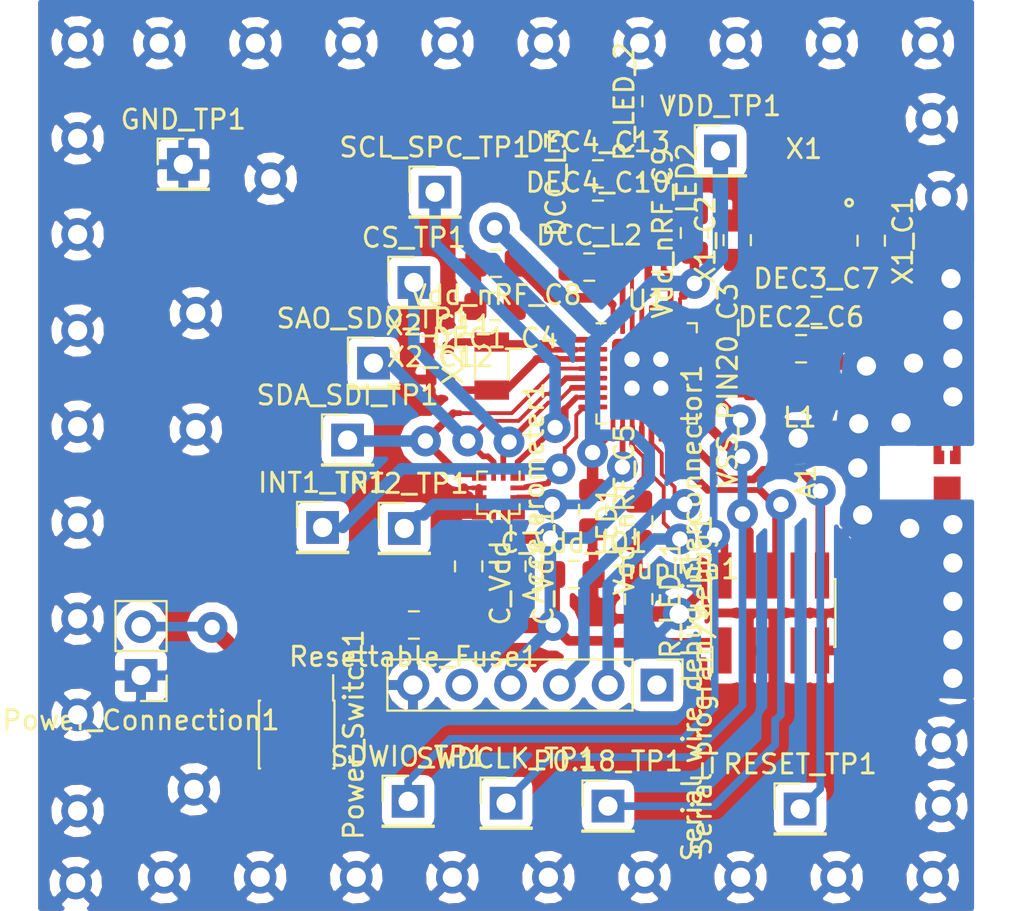
<source format=kicad_pcb>
(kicad_pcb (version 20171130) (host pcbnew "(5.0.2)-1")
  (layers (0 F.Cu signal) (31 B.Cu signal) (34 B.Paste user) (35 F.Paste user) (36 B.SilkS user) (37 F.SilkS user) (38 B.Mask user) (39 F.Mask user) (44 Edge.Cuts user))
  (net 0 "")
  (net 1 /~CS)
  (net 2 /~SAO_SDO)
  (net 3 VDD)
  (net 4 Earth)
  (net 5 /~SDA_SDI)
  (net 6 /~SCL_SPC)
  (net 7 /~INT2)
  (net 8 /~INT1)
  (net 9 "Net-(DCC_L2-Pad2)")
  (net 10 "Net-(DCC_L2-Pad1)")
  (net 11 "Net-(DCC_L3-Pad1)")
  (net 12 "Net-(DEC1_C4-Pad1)")
  (net 13 "Net-(DEC2_C6-Pad1)")
  (net 14 "Net-(DEC3_C7-Pad1)")
  (net 15 "Net-(L1-Pad2)")
  (net 16 /ANTENNA)
  (net 17 "Net-(LED1-Pad1)")
  (net 18 "Net-(LED1-Pad2)")
  (net 19 "Net-(LED2-Pad1)")
  (net 20 "Net-(LED2-Pad2)")
  (net 21 /~Reset)
  (net 22 /~SWDIO)
  (net 23 "Net-(Serial_program/debug1-Pad1)")
  (net 24 "Net-(Serial_program/debug1-Pad5)")
  (net 25 /~SWDCLK)
  (net 26 "Net-(Serial_wire_debug_interconnector1-Pad7)")
  (net 27 "Net-(Serial_wire_debug_interconnector1-Pad8)")
  (net 28 "Net-(U1-Pad2)")
  (net 29 "Net-(U1-Pad3)")
  (net 30 "Net-(U1-Pad23)")
  (net 31 "Net-(U1-Pad24)")
  (net 32 "Net-(U1-Pad27)")
  (net 33 "Net-(U1-Pad28)")
  (net 34 /~SWO)
  (net 35 "Net-(Power_Connection1-Pad2)")
  (net 36 /~RX1)
  (net 37 /~TX0)
  (net 38 "Net-(U1-Pad14)")
  (net 39 "Net-(Power_Switch1-Pad2)")
  (net 40 "Net-(Power_Switch1-Pad3)")
  (net 41 "Net-(Power_Switch1-Pad4)")
  (net 42 "Net-(Power_Switch1-Pad6)")
  (net 43 "Net-(Power_Switch1-Pad1)")
  (module Connector_PinHeader_1.27mm:PinHeader_2x03_P1.27mm_Vertical_SMD (layer F.Cu) (at 112.6 112.775 270)
    (fp_text reference Power_Switch1 (at 0 -2.965 270) (layer F.SilkS))
    (fp_text value Conn_02x03_Odd_Even)
    (pad 1 smd rect (at -2.75 -2.5 270) (size 2.5 1.2) (layers F.Cu F.Paste F.Mask) (net 43 "Net-(Power_Switch1-Pad1)"))
    (pad 2 smd rect (at 2.75 -2.5 270) (size 2.5 1.2) (layers F.Cu F.Paste F.Mask) (net 39 "Net-(Power_Switch1-Pad2)"))
    (pad 3 smd rect (at -2.75 0 270) (size 2.5 1.2) (layers F.Cu F.Paste F.Mask) (net 40 "Net-(Power_Switch1-Pad3)"))
    (pad 4 smd rect (at 2.75 0 270) (size 2.5 1.2) (layers F.Cu F.Paste F.Mask) (net 41 "Net-(Power_Switch1-Pad4)"))
    (pad 5 smd rect (at -2.75 2.5 270) (size 2.5 1.2) (layers F.Cu F.Paste F.Mask) (net 35 "Net-(Power_Connection1-Pad2)"))
    (pad 6 smd rect (at 2.75 2.5 270) (size 2.5 1.2) (layers F.Cu F.Paste F.Mask) (net 42 "Net-(Power_Switch1-Pad6)"))
  )
  (module Connector_PinHeader_2.54mm:PinHeader_1x01_P2.54mm_Vertical (layer F.Cu) (at 110.45 76.8 180)
    (fp_text reference "" (at 0 -2.33 180) (layer F.SilkS))
    (fp_text value Conn_01x01_Male)
    (pad 1 thru_hole circle (at 0 0 180) (size 1.7 1.7) (drill 1) (layers *.Cu *.Mask) (net 4 Earth))
  )
  (module Connector_PinHeader_2.54mm:PinHeader_1x01_P2.54mm_Vertical (layer F.Cu) (at 105.45 76.8 180)
    (fp_text reference "" (at 0 -2.33 180) (layer F.SilkS))
    (fp_text value Conn_01x01_Male)
    (pad 1 thru_hole circle (at 0 0 180) (size 1.7 1.7) (drill 1) (layers *.Cu *.Mask) (net 4 Earth))
  )
  (module Connector_PinHeader_2.54mm:PinHeader_1x01_P2.54mm_Vertical (layer F.Cu) (at 125.45 76.8 180)
    (fp_text reference "" (at 0 -2.33 180) (layer F.SilkS))
    (fp_text value Conn_01x01_Male)
    (pad 1 thru_hole circle (at 0 0 180) (size 1.7 1.7) (drill 1) (layers *.Cu *.Mask) (net 4 Earth))
  )
  (module Connector_PinHeader_2.54mm:PinHeader_1x01_P2.54mm_Vertical (layer F.Cu) (at 140.45 76.8 180)
    (fp_text reference "" (at 0 -2.33 180) (layer F.SilkS))
    (fp_text value Conn_01x01_Male)
    (pad 1 thru_hole circle (at 0 0 180) (size 1.7 1.7) (drill 1) (layers *.Cu *.Mask) (net 4 Earth))
  )
  (module Connector_PinHeader_2.54mm:PinHeader_1x01_P2.54mm_Vertical (layer F.Cu) (at 115.45 76.8 180)
    (fp_text reference "" (at 0 -2.33 180) (layer F.SilkS))
    (fp_text value Conn_01x01_Male)
    (pad 1 thru_hole circle (at 0 0 180) (size 1.7 1.7) (drill 1) (layers *.Cu *.Mask) (net 4 Earth))
  )
  (module Connector_PinHeader_2.54mm:PinHeader_1x01_P2.54mm_Vertical (layer F.Cu) (at 120.45 76.8 180)
    (fp_text reference "" (at 0 -2.33 180) (layer F.SilkS))
    (fp_text value Conn_01x01_Male)
    (pad 1 thru_hole circle (at 0 0 180) (size 1.7 1.7) (drill 1) (layers *.Cu *.Mask) (net 4 Earth))
  )
  (module Connector_PinHeader_2.54mm:PinHeader_1x01_P2.54mm_Vertical (layer F.Cu) (at 135.45 76.8 180)
    (fp_text reference "" (at 0 -2.33 180) (layer F.SilkS))
    (fp_text value Conn_01x01_Male)
    (pad 1 thru_hole circle (at 0 0 180) (size 1.7 1.7) (drill 1) (layers *.Cu *.Mask) (net 4 Earth))
  )
  (module Connector_PinHeader_2.54mm:PinHeader_1x01_P2.54mm_Vertical (layer F.Cu) (at 145.45 76.8 180)
    (fp_text reference "" (at 0 -2.33 180) (layer F.SilkS))
    (fp_text value Conn_01x01_Male)
    (pad 1 thru_hole circle (at 0 0 180) (size 1.7 1.7) (drill 1) (layers *.Cu *.Mask) (net 4 Earth))
  )
  (module Connector_PinHeader_2.54mm:PinHeader_1x01_P2.54mm_Vertical (layer F.Cu) (at 130.45 76.8 180)
    (fp_text reference "" (at 0 -2.33 180) (layer F.SilkS))
    (fp_text value Conn_01x01_Male)
    (pad 1 thru_hole circle (at 0 0 180) (size 1.7 1.7) (drill 1) (layers *.Cu *.Mask) (net 4 Earth))
  )
  (module Connector_PinHeader_2.54mm:PinHeader_1x01_P2.54mm_Vertical (layer F.Cu) (at 101.2 81.75 90)
    (fp_text reference "" (at 0 -2.33 90) (layer F.SilkS))
    (fp_text value Conn_01x01_Male)
    (pad 1 thru_hole circle (at 0 0 90) (size 1.7 1.7) (drill 1) (layers *.Cu *.Mask) (net 4 Earth))
  )
  (module Connector_PinHeader_2.54mm:PinHeader_1x01_P2.54mm_Vertical (layer F.Cu) (at 101.2 76.75 90)
    (fp_text reference "" (at 0 -2.33 90) (layer F.SilkS))
    (fp_text value Conn_01x01_Male)
    (pad 1 thru_hole circle (at 0 0 90) (size 1.7 1.7) (drill 1) (layers *.Cu *.Mask) (net 4 Earth))
  )
  (module Connector_PinHeader_2.54mm:PinHeader_1x01_P2.54mm_Vertical (layer F.Cu) (at 101.2 86.75 90)
    (fp_text reference "" (at 0 -2.33 90) (layer F.SilkS))
    (fp_text value Conn_01x01_Male)
    (pad 1 thru_hole circle (at 0 0 90) (size 1.7 1.7) (drill 1) (layers *.Cu *.Mask) (net 4 Earth))
  )
  (module Connector_PinHeader_2.54mm:PinHeader_1x01_P2.54mm_Vertical (layer F.Cu) (at 101.2 91.75 90)
    (fp_text reference "" (at 0 -2.33 90) (layer F.SilkS))
    (fp_text value Conn_01x01_Male)
    (pad 1 thru_hole circle (at 0 0 90) (size 1.7 1.7) (drill 1) (layers *.Cu *.Mask) (net 4 Earth))
  )
  (module Connector_PinHeader_2.54mm:PinHeader_1x01_P2.54mm_Vertical (layer F.Cu) (at 101.2 96.75 90)
    (fp_text reference "" (at 0 -2.33 90) (layer F.SilkS))
    (fp_text value Conn_01x01_Male)
    (pad 1 thru_hole circle (at 0 0 90) (size 1.7 1.7) (drill 1) (layers *.Cu *.Mask) (net 4 Earth))
  )
  (module Connector_PinHeader_2.54mm:PinHeader_1x01_P2.54mm_Vertical (layer F.Cu) (at 101.2 101.75 90)
    (fp_text reference "" (at 0 -2.33 90) (layer F.SilkS))
    (fp_text value Conn_01x01_Male)
    (pad 1 thru_hole circle (at 0 0 90) (size 1.7 1.7) (drill 1) (layers *.Cu *.Mask) (net 4 Earth))
  )
  (module Connector_PinHeader_2.54mm:PinHeader_1x01_P2.54mm_Vertical (layer F.Cu) (at 101.2 106.75 90)
    (fp_text reference "" (at 0 -2.33 90) (layer F.SilkS))
    (fp_text value Conn_01x01_Male)
    (pad 1 thru_hole circle (at 0 0 90) (size 1.7 1.7) (drill 1) (layers *.Cu *.Mask) (net 4 Earth))
  )
  (module Connector_PinHeader_2.54mm:PinHeader_1x01_P2.54mm_Vertical (layer F.Cu) (at 101.2 111.75 90)
    (fp_text reference "" (at 0 -2.33 90) (layer F.SilkS))
    (fp_text value Conn_01x01_Male)
    (pad 1 thru_hole circle (at 0 0 90) (size 1.7 1.7) (drill 1) (layers *.Cu *.Mask) (net 4 Earth))
  )
  (module Connector_PinHeader_2.54mm:PinHeader_1x01_P2.54mm_Vertical (layer F.Cu) (at 101.2 116.75 90)
    (fp_text reference "" (at 0 -2.33 90) (layer F.SilkS))
    (fp_text value Conn_01x01_Male)
    (pad 1 thru_hole circle (at 0 0 90) (size 1.7 1.7) (drill 1) (layers *.Cu *.Mask) (net 4 Earth))
  )
  (module Connector_PinHeader_2.54mm:PinHeader_1x01_P2.54mm_Vertical (layer F.Cu) (at 107.35 96.9)
    (fp_text reference "" (at 0 -2.33) (layer F.SilkS))
    (fp_text value Conn_01x01_Male)
    (pad 1 thru_hole circle (at 0 0) (size 1.7 1.7) (drill 1) (layers *.Cu *.Mask) (net 4 Earth))
  )
  (module Connector_PinHeader_2.54mm:PinHeader_1x01_P2.54mm_Vertical (layer F.Cu) (at 107.25 115.625)
    (fp_text reference "" (at 0 -2.33) (layer F.SilkS))
    (fp_text value Conn_01x01_Male)
    (pad 1 thru_hole circle (at 0 0) (size 1.7 1.7) (drill 1) (layers *.Cu *.Mask) (net 4 Earth))
  )
  (module Connector_PinHeader_2.54mm:PinHeader_1x01_P2.54mm_Vertical (layer F.Cu) (at 101.1 120.5)
    (fp_text reference "" (at 0 -2.33) (layer F.SilkS))
    (fp_text value Conn_01x01_Male)
    (pad 1 thru_hole circle (at 0 0) (size 1.7 1.7) (drill 1) (layers *.Cu *.Mask) (net 4 Earth))
  )
  (module Connector_PinHeader_2.54mm:PinHeader_1x01_P2.54mm_Vertical (layer F.Cu) (at 146.15 116.5)
    (fp_text reference "" (at 0 -2.33) (layer F.SilkS))
    (fp_text value Conn_01x01_Male)
    (pad 1 thru_hole circle (at 0 0) (size 1.7 1.7) (drill 1) (layers *.Cu *.Mask) (net 4 Earth))
  )
  (module Connector_PinHeader_2.54mm:PinHeader_1x01_P2.54mm_Vertical (layer F.Cu) (at 145.65 80.75 90)
    (fp_text reference "" (at 0 -2.33 90) (layer F.SilkS))
    (fp_text value Conn_01x01_Male)
    (pad 1 thru_hole circle (at 0 0 90) (size 1.7 1.7) (drill 1) (layers *.Cu *.Mask) (net 4 Earth))
  )
  (module Connector_PinHeader_2.54mm:PinHeader_1x01_P2.54mm_Vertical (layer F.Cu) (at 146.15 84.8 90)
    (fp_text reference "" (at 0 -2.33 90) (layer F.SilkS))
    (fp_text value Conn_01x01_Male)
    (pad 1 thru_hole circle (at 0 0 90) (size 1.7 1.7) (drill 1) (layers *.Cu *.Mask) (net 4 Earth))
  )
  (module Connector_PinHeader_2.54mm:PinHeader_1x01_P2.54mm_Vertical (layer F.Cu) (at 145.7 120.2)
    (fp_text reference "" (at 0 -2.33) (layer F.SilkS))
    (fp_text value Conn_01x01_Male)
    (pad 1 thru_hole circle (at 0 0) (size 1.7 1.7) (drill 1) (layers *.Cu *.Mask) (net 4 Earth))
  )
  (module Connector_PinHeader_2.54mm:PinHeader_1x01_P2.54mm_Vertical (layer F.Cu) (at 140.7 120.2)
    (fp_text reference "" (at 0 -2.33) (layer F.SilkS))
    (fp_text value Conn_01x01_Male)
    (pad 1 thru_hole circle (at 0 0) (size 1.7 1.7) (drill 1) (layers *.Cu *.Mask) (net 4 Earth))
  )
  (module Connector_PinHeader_2.54mm:PinHeader_1x01_P2.54mm_Vertical (layer F.Cu) (at 135.7 120.2)
    (fp_text reference "" (at 0 -2.33) (layer F.SilkS))
    (fp_text value Conn_01x01_Male)
    (pad 1 thru_hole circle (at 0 0) (size 1.7 1.7) (drill 1) (layers *.Cu *.Mask) (net 4 Earth))
  )
  (module Connector_PinHeader_2.54mm:PinHeader_1x01_P2.54mm_Vertical (layer F.Cu) (at 130.7 120.2)
    (fp_text reference "" (at 0 -2.33) (layer F.SilkS))
    (fp_text value Conn_01x01_Male)
    (pad 1 thru_hole circle (at 0 0) (size 1.7 1.7) (drill 1) (layers *.Cu *.Mask) (net 4 Earth))
  )
  (module Connector_PinHeader_2.54mm:PinHeader_1x01_P2.54mm_Vertical (layer F.Cu) (at 125.7 120.2)
    (fp_text reference "" (at 0 -2.33) (layer F.SilkS))
    (fp_text value Conn_01x01_Male)
    (pad 1 thru_hole circle (at 0 0) (size 1.7 1.7) (drill 1) (layers *.Cu *.Mask) (net 4 Earth))
  )
  (module Connector_PinHeader_2.54mm:PinHeader_1x01_P2.54mm_Vertical (layer F.Cu) (at 120.7 120.2)
    (fp_text reference "" (at 0 -2.33) (layer F.SilkS))
    (fp_text value Conn_01x01_Male)
    (pad 1 thru_hole circle (at 0 0) (size 1.7 1.7) (drill 1) (layers *.Cu *.Mask) (net 4 Earth))
  )
  (module Connector_PinHeader_2.54mm:PinHeader_1x01_P2.54mm_Vertical (layer F.Cu) (at 115.7 120.2)
    (fp_text reference "" (at 0 -2.33) (layer F.SilkS))
    (fp_text value Conn_01x01_Male)
    (pad 1 thru_hole circle (at 0 0) (size 1.7 1.7) (drill 1) (layers *.Cu *.Mask) (net 4 Earth))
  )
  (module Connector_PinHeader_2.54mm:PinHeader_1x01_P2.54mm_Vertical (layer F.Cu) (at 110.7 120.2)
    (fp_text reference "" (at 0 -2.33) (layer F.SilkS))
    (fp_text value Conn_01x01_Male)
    (pad 1 thru_hole circle (at 0 0) (size 1.7 1.7) (drill 1) (layers *.Cu *.Mask) (net 4 Earth))
  )
  (module Connector_PinHeader_2.54mm:PinHeader_1x01_P2.54mm_Vertical (layer F.Cu) (at 107.35 90.85)
    (fp_text reference "" (at 0 -2.33) (layer F.SilkS))
    (fp_text value Conn_01x01_Male)
    (pad 1 thru_hole circle (at 0 0) (size 1.7 1.7) (drill 1) (layers *.Cu *.Mask) (net 4 Earth))
  )
  (module Connector_PinHeader_2.54mm:PinHeader_1x01_P2.54mm_Vertical (layer F.Cu) (at 111.25 83.85)
    (fp_text reference "" (at 0 -2.33) (layer F.SilkS))
    (fp_text value Conn_01x01_Male)
    (pad 1 thru_hole circle (at 0 0) (size 1.7 1.7) (drill 1) (layers *.Cu *.Mask) (net 4 Earth))
  )
  (module Connector_PinHeader_2.54mm:PinHeader_1x01_P2.54mm_Vertical (layer F.Cu) (at 105.7 120.2)
    (fp_text reference "" (at 0 -2.33) (layer F.SilkS))
    (fp_text value Conn_01x01_Male)
    (pad 1 thru_hole circle (at 0 0) (size 1.7 1.7) (drill 1) (layers *.Cu *.Mask) (net 4 Earth))
  )
  (module Connector_PinHeader_2.54mm:PinHeader_1x01_P2.54mm_Vertical (layer F.Cu) (at 146.75 109.85)
    (fp_text reference "" (at 0 -2.33) (layer F.SilkS))
    (fp_text value Conn_01x01_Male)
    (pad 1 thru_hole circle (at 0 0) (size 1.7 1.7) (drill 1) (layers *.Cu *.Mask) (net 4 Earth))
  )
  (module Connector_PinHeader_2.54mm:PinHeader_1x01_P2.54mm_Vertical (layer F.Cu) (at 146.75 107.85)
    (fp_text reference "" (at 0 -2.33) (layer F.SilkS))
    (fp_text value Conn_01x01_Male)
    (pad 1 thru_hole circle (at 0 0) (size 1.7 1.7) (drill 1) (layers *.Cu *.Mask) (net 4 Earth))
  )
  (module Connector_PinHeader_2.54mm:PinHeader_1x01_P2.54mm_Vertical (layer F.Cu) (at 146.75 105.85)
    (fp_text reference "" (at 0 -2.33) (layer F.SilkS))
    (fp_text value Conn_01x01_Male)
    (pad 1 thru_hole circle (at 0 0) (size 1.7 1.7) (drill 1) (layers *.Cu *.Mask) (net 4 Earth))
  )
  (module Connector_PinHeader_2.54mm:PinHeader_1x01_P2.54mm_Vertical (layer F.Cu) (at 146.75 103.85)
    (fp_text reference "" (at 0 -2.33) (layer F.SilkS))
    (fp_text value Conn_01x01_Male)
    (pad 1 thru_hole circle (at 0 0) (size 1.7 1.7) (drill 1) (layers *.Cu *.Mask) (net 4 Earth))
  )
  (module Connector_PinHeader_2.54mm:PinHeader_1x01_P2.54mm_Vertical (layer F.Cu) (at 146.65 89.05)
    (fp_text reference "" (at 0 -2.33) (layer F.SilkS))
    (fp_text value Conn_01x01_Male)
    (pad 1 thru_hole circle (at 0 0) (size 1.7 1.7) (drill 1) (layers *.Cu *.Mask) (net 4 Earth))
  )
  (module Connector_PinHeader_2.54mm:PinHeader_1x01_P2.54mm_Vertical (layer F.Cu) (at 138.7 97.35)
    (fp_text reference "" (at 0 -2.33) (layer F.SilkS))
    (fp_text value Conn_01x01_Male)
    (pad 1 thru_hole circle (at 0 0) (size 1.7 1.7) (drill 1) (layers *.Cu *.Mask) (net 4 Earth))
  )
  (module Connector_PinHeader_2.54mm:PinHeader_1x01_P2.54mm_Vertical (layer F.Cu) (at 144.5 102.05)
    (fp_text reference "" (at 0 -2.33) (layer F.SilkS))
    (fp_text value Conn_01x01_Male)
    (pad 1 thru_hole circle (at 0 0) (size 1.7 1.7) (drill 1) (layers *.Cu *.Mask) (net 4 Earth))
  )
  (module Connector_PinHeader_2.54mm:PinHeader_1x01_P2.54mm_Vertical (layer F.Cu) (at 146.75 95.2)
    (fp_text reference "" (at 0 -2.33) (layer F.SilkS))
    (fp_text value Conn_01x01_Male)
    (pad 1 thru_hole circle (at 0 0) (size 1.7 1.7) (drill 1) (layers *.Cu *.Mask) (net 4 Earth))
  )
  (module Connector_PinHeader_2.54mm:PinHeader_1x01_P2.54mm_Vertical (layer F.Cu) (at 146.75 101.85)
    (fp_text reference "" (at 0 -2.33) (layer F.SilkS))
    (fp_text value Conn_01x01_Male)
    (pad 1 thru_hole circle (at 0 0) (size 1.7 1.7) (drill 1) (layers *.Cu *.Mask) (net 4 Earth))
  )
  (module Connector_PinHeader_2.54mm:PinHeader_1x01_P2.54mm_Vertical (layer F.Cu) (at 132.5 106.5)
    (fp_text reference hupivia1 (at 0 -2.33) (layer F.SilkS))
    (fp_text value Conn_01x01_Male)
    (pad 1 thru_hole circle (at 0 0) (size 1.7 1.7) (drill 1) (layers *.Cu *.Mask) (net 4 Earth))
  )
  (module Connector_PinHeader_2.54mm:PinHeader_1x01_P2.54mm_Vertical (layer F.Cu) (at 144.05 96.55)
    (fp_text reference "" (at 0 -2.33) (layer F.SilkS))
    (fp_text value Conn_01x01_Male)
    (pad 1 thru_hole circle (at 0 0) (size 1.7 1.7) (drill 1) (layers *.Cu *.Mask) (net 4 Earth))
  )
  (module Connector_PinHeader_2.54mm:PinHeader_1x01_P2.54mm_Vertical (layer F.Cu) (at 146.75 93.2)
    (fp_text reference "" (at 0 -2.33) (layer F.SilkS))
    (fp_text value Conn_01x01_Male)
    (pad 1 thru_hole circle (at 0 0) (size 1.7 1.7) (drill 1) (layers *.Cu *.Mask) (net 4 Earth))
  )
  (module Connector_PinHeader_2.54mm:PinHeader_1x01_P2.54mm_Vertical (layer F.Cu) (at 146.75 91.2)
    (fp_text reference "" (at 0 -2.33) (layer F.SilkS))
    (fp_text value Conn_01x01_Male)
    (pad 1 thru_hole circle (at 0 0) (size 1.7 1.7) (drill 1) (layers *.Cu *.Mask) (net 4 Earth))
  )
  (module Connector_PinHeader_2.54mm:PinHeader_1x01_P2.54mm_Vertical (layer F.Cu) (at 141.8 98.9)
    (fp_text reference "" (at 0 -2.33) (layer F.SilkS))
    (fp_text value Conn_01x01_Male)
    (pad 1 thru_hole circle (at 0 0) (size 1.7 1.7) (drill 1) (layers *.Cu *.Mask) (net 4 Earth))
  )
  (module Connector_PinHeader_2.54mm:PinHeader_1x01_P2.54mm_Vertical (layer F.Cu) (at 146.15 113.2)
    (fp_text reference "" (at 0 -2.33) (layer F.SilkS))
    (fp_text value Conn_01x01_Male)
    (pad 1 thru_hole circle (at 0 0) (size 1.7 1.7) (drill 1) (layers *.Cu *.Mask) (net 4 Earth))
  )
  (module Connector_PinHeader_2.54mm:PinHeader_1x01_P2.54mm_Vertical (layer F.Cu) (at 142.25 93.6)
    (fp_text reference "" (at 0 -2.33) (layer F.SilkS))
    (fp_text value Conn_01x01_Male)
    (pad 1 thru_hole circle (at 0 0) (size 1.7 1.7) (drill 1) (layers *.Cu *.Mask) (net 4 Earth))
  )
  (module Connector_PinHeader_2.54mm:PinHeader_1x01_P2.54mm_Vertical (layer F.Cu) (at 142.05 101.35)
    (fp_text reference "" (at 0 -2.33) (layer F.SilkS))
    (fp_text value Conn_01x01_Male)
    (pad 1 thru_hole circle (at 0 0) (size 1.7 1.7) (drill 1) (layers *.Cu *.Mask) (net 4 Earth))
  )
  (module Connector_PinHeader_2.54mm:PinHeader_1x01_P2.54mm_Vertical (layer F.Cu) (at 144.7 93.45)
    (fp_text reference "" (at 0 -2.33) (layer F.SilkS))
    (fp_text value Conn_01x01_Male)
    (pad 1 thru_hole circle (at 0 0) (size 1.7 1.7) (drill 1) (layers *.Cu *.Mask) (net 4 Earth))
  )
  (module Custom_footprints_alymolkky:QFN-32-1EP_5x5mm_P0.5mm_EP3.6x3.6mm (layer F.Cu) (at 130.81 93.98)
    (fp_text reference U1 (at 0 -3.8) (layer F.SilkS))
    (fp_text value nRF52810-QCxx)
    (pad 33 smd roundrect (at 0 0) (size 3.6 3.6) (layers F.Cu F.Mask) (roundrect_rratio 0.06944400000000001) (net 4 Earth))
    (pad 24 smd roundrect (at 2.8 -1.75) (size 1.5 0.25) (layers F.Cu F.Paste F.Mask) (net 31 "Net-(U1-Pad24)"))
    (pad 32 smd roundrect (at -1.75 -2.8) (size 0.25 1.5) (layers F.Cu F.Paste F.Mask) (net 3 VDD))
    (pad 31 smd roundrect (at -1.25 -2.8) (size 0.25 1.5) (layers F.Cu F.Paste F.Mask) (net 9 "Net-(DCC_L2-Pad2)"))
    (pad 30 smd roundrect (at -0.75 -2.8) (size 0.25 1.5) (layers F.Cu F.Paste F.Mask) (net 11 "Net-(DCC_L3-Pad1)"))
    (pad 29 smd roundrect (at -0.25 -2.8) (size 0.25 1.5) (layers F.Cu F.Paste F.Mask) (net 4 Earth))
    (pad 28 smd roundrect (at 0.25 -2.8) (size 0.25 1.5) (layers F.Cu F.Paste F.Mask) (net 33 "Net-(U1-Pad28)"))
    (pad 27 smd roundrect (at 0.75 -2.8) (size 0.25 1.5) (layers F.Cu F.Paste F.Mask) (net 32 "Net-(U1-Pad27)"))
    (pad 26 smd roundrect (at 1.25 -2.8) (size 0.25 1.5) (layers F.Cu F.Paste F.Mask) (net 20 "Net-(LED2-Pad2)"))
    (pad 25 smd roundrect (at 1.75 -2.8) (size 0.25 1.5) (layers F.Cu F.Paste F.Mask) (net 3 VDD))
    (pad 23 smd roundrect (at 2.8 -1.25) (size 1.5 0.25) (layers F.Cu F.Paste F.Mask) (net 30 "Net-(U1-Pad23)"))
    (pad 21 smd roundrect (at 2.8 -0.25) (size 1.5 0.25) (layers F.Cu F.Paste F.Mask) (net 13 "Net-(DEC2_C6-Pad1)"))
    (pad 20 smd roundrect (at 2.8 0.25) (size 1.5 0.25) (layers F.Cu F.Paste F.Mask) (net 4 Earth))
    (pad 19 smd roundrect (at 2.8 0.75) (size 1.5 0.25) (layers F.Cu F.Paste F.Mask) (net 15 "Net-(L1-Pad2)"))
    (pad 18 smd roundrect (at 2.8 1.25) (size 1.5 0.25) (layers F.Cu F.Paste F.Mask) (net 22 /~SWDIO))
    (pad 17 smd roundrect (at 2.8 1.75) (size 1.5 0.25) (layers F.Cu F.Paste F.Mask) (net 25 /~SWDCLK))
    (pad 22 smd roundrect (at 2.8 -0.75) (size 1.5 0.25) (layers F.Cu F.Paste F.Mask) (net 14 "Net-(DEC3_C7-Pad1)"))
    (pad 2 smd roundrect (at -2.8 -1.25) (size 1.5 0.25) (layers F.Cu F.Paste F.Mask) (net 28 "Net-(U1-Pad2)"))
    (pad 1 smd roundrect (at -2.8 -1.75) (size 1.5 0.25) (layers F.Cu F.Paste F.Mask) (net 12 "Net-(DEC1_C4-Pad1)"))
    (pad 3 smd roundrect (at -2.8 -0.75) (size 1.5 0.25) (layers F.Cu F.Paste F.Mask) (net 29 "Net-(U1-Pad3)"))
    (pad 4 smd roundrect (at -2.8 -0.25) (size 1.5 0.25) (layers F.Cu F.Paste F.Mask) (net 5 /~SDA_SDI))
    (pad 5 smd roundrect (at -2.8 0.25) (size 1.5 0.25) (layers F.Cu F.Paste F.Mask) (net 2 /~SAO_SDO))
    (pad 6 smd roundrect (at -2.8 0.75) (size 1.5 0.25) (layers F.Cu F.Paste F.Mask) (net 1 /~CS))
    (pad 7 smd roundrect (at -2.8 1.25) (size 1.5 0.25) (layers F.Cu F.Paste F.Mask) (net 6 /~SCL_SPC))
    (pad 8 smd roundrect (at -2.8 1.75) (size 1.5 0.25) (layers F.Cu F.Paste F.Mask) (net 8 /~INT1))
    (pad 9 smd roundrect (at -1.75 2.8) (size 0.25 1.5) (layers F.Cu F.Paste F.Mask) (net 3 VDD))
    (pad 10 smd roundrect (at -1.25 2.8) (size 0.25 1.5) (layers F.Cu F.Paste F.Mask) (net 7 /~INT2))
    (pad 11 smd roundrect (at -0.75 2.8) (size 0.25 1.5) (layers F.Cu F.Paste F.Mask) (net 18 "Net-(LED1-Pad2)"))
    (pad 12 smd roundrect (at -0.25 2.8) (size 0.25 1.5) (layers F.Cu F.Paste F.Mask) (net 36 /~RX1))
    (pad 13 smd roundrect (at 0.25 2.8) (size 0.25 1.5) (layers F.Cu F.Paste F.Mask) (net 37 /~TX0))
    (pad 14 smd roundrect (at 0.75 2.8) (size 0.25 1.5) (layers F.Cu F.Paste F.Mask) (net 38 "Net-(U1-Pad14)"))
    (pad 15 smd roundrect (at 1.25 2.8) (size 0.25 1.5) (layers F.Cu F.Paste F.Mask) (net 34 /~SWO))
    (pad 16 smd roundrect (at 1.75 2.8) (size 0.25 1.5) (layers F.Cu F.Paste F.Mask) (net 21 /~Reset))
  )
  (module Custom_footprints_alymolkky:LGA-12_2x2mm_P0.5mm (layer F.Cu) (at 123.1 100.19 270)
    (fp_text reference Accelerometer1 (at 0 -1.85 270) (layer F.SilkS))
    (fp_text value LIS2DE12)
    (pad 2 smd rect (at -1.01 -0.25 270) (size 0.775 0.25) (layers F.Cu F.Paste F.Mask) (net 1 /~CS))
    (pad 9 smd rect (at 1.01 -0.25 270) (size 0.775 0.25) (layers F.Cu F.Paste F.Mask) (net 3 VDD))
    (pad 4 smd rect (at -1.01 1 270) (size 0.775 0.75) (layers F.Cu F.Paste F.Mask) (net 5 /~SDA_SDI))
    (pad 7 smd rect (at 1.01 1 270) (size 0.775 0.75) (layers F.Cu F.Paste F.Mask) (net 4 Earth))
    (pad 1 smd rect (at -1.01 -1 270) (size 0.775 0.75) (layers F.Cu F.Paste F.Mask) (net 6 /~SCL_SPC))
    (pad 10 smd rect (at 1.01 -1 270) (size 0.775 0.75) (layers F.Cu F.Paste F.Mask) (net 3 VDD))
    (pad 5 smd rect (at -0.25 1.01) (size 0.775 0.25) (layers F.Cu F.Paste F.Mask) (net 4 Earth))
    (pad 12 smd rect (at -0.25 -1.01) (size 0.775 0.25) (layers F.Cu F.Paste F.Mask) (net 8 /~INT1))
    (pad 11 smd rect (at 0.25 -1.01) (size 0.775 0.25) (layers F.Cu F.Paste F.Mask) (net 7 /~INT2))
    (pad 8 smd rect (at 1.01 0.25 270) (size 0.775 0.25) (layers F.Cu F.Paste F.Mask) (net 4 Earth))
    (pad 6 smd rect (at 0.25 1.01) (size 0.775 0.25) (layers F.Cu F.Paste F.Mask) (net 4 Earth))
    (pad 3 smd rect (at -1.01 0.25 270) (size 0.775 0.25) (layers F.Cu F.Paste F.Mask) (net 2 /~SAO_SDO))
  )
  (module Connector_PinHeader_2.54mm:PinHeader_1x01_P2.54mm_Vertical (layer F.Cu) (at 141.85 96.6)
    (fp_text reference "" (at 0 -2.33) (layer F.SilkS))
    (fp_text value Conn_01x01_Male)
    (pad 1 thru_hole circle (at 0 0) (size 1.7 1.7) (drill 1) (layers *.Cu *.Mask) (net 4 Earth))
  )
  (module Capacitor_SMD:C_0805_2012Metric_Pad1.15x1.40mm_HandSolder (layer F.Cu) (at 123.8 104.025 270)
    (fp_text reference C_Vdd_1 (at 0 -1.65 270) (layer F.SilkS))
    (fp_text value 100uF)
    (pad 1 smd roundrect (at -1.025 0 270) (size 1.15 1.4) (layers F.Cu F.Paste F.Mask) (roundrect_rratio 0.217391) (net 3 VDD))
    (pad 2 smd roundrect (at 1.025 0 270) (size 1.15 1.4) (layers F.Cu F.Paste F.Mask) (roundrect_rratio 0.217391) (net 4 Earth))
  )
  (module Capacitor_SMD:C_0805_2012Metric_Pad1.15x1.40mm_HandSolder (layer F.Cu) (at 121.55 104.025 270)
    (fp_text reference C_Vdd_2 (at 0 -1.65 270) (layer F.SilkS))
    (fp_text value 10uF)
    (pad 2 smd roundrect (at 1.025 0 270) (size 1.15 1.4) (layers F.Cu F.Paste F.Mask) (roundrect_rratio 0.217391) (net 4 Earth))
    (pad 1 smd roundrect (at -1.025 0 270) (size 1.15 1.4) (layers F.Cu F.Paste F.Mask) (roundrect_rratio 0.217391) (net 3 VDD))
  )
  (module Capacitor_SMD:C_0805_2012Metric_Pad1.15x1.40mm_HandSolder (layer F.Cu) (at 127.025 104.45)
    (fp_text reference C_Vdd_IO1 (at 0 -1.65) (layer F.SilkS))
    (fp_text value 100nF)
    (pad 2 smd roundrect (at 1.025 0) (size 1.15 1.4) (layers F.Cu F.Paste F.Mask) (roundrect_rratio 0.217391) (net 4 Earth))
    (pad 1 smd roundrect (at -1.025 0) (size 1.15 1.4) (layers F.Cu F.Paste F.Mask) (roundrect_rratio 0.217391) (net 3 VDD))
  )
  (module Connector_PinHeader_2.54mm:PinHeader_1x01_P2.54mm_Vertical (layer F.Cu) (at 118.7 89.25)
    (fp_text reference CS_TP1 (at 0 -2.33) (layer F.SilkS))
    (fp_text value Conn_01x01_Male)
    (pad 1 thru_hole rect (at 0 0) (size 1.7 1.7) (drill 1) (layers *.Cu *.Mask) (net 1 /~CS))
  )
  (module Capacitor_SMD:C_0805_2012Metric_Pad1.15x1.40mm_HandSolder (layer F.Cu) (at 127.825 88.45)
    (fp_text reference DCC_L2 (at 0 -1.65) (layer F.SilkS))
    (fp_text value 10uH)
    (pad 2 smd roundrect (at 1.025 0) (size 1.15 1.4) (layers F.Cu F.Paste F.Mask) (roundrect_rratio 0.217391) (net 9 "Net-(DCC_L2-Pad2)"))
    (pad 1 smd roundrect (at -1.025 0) (size 1.15 1.4) (layers F.Cu F.Paste F.Mask) (roundrect_rratio 0.217391) (net 10 "Net-(DCC_L2-Pad1)"))
  )
  (module Capacitor_SMD:C_0805_2012Metric_Pad1.15x1.40mm_HandSolder (layer F.Cu) (at 122.925 90.5 180)
    (fp_text reference DEC1_C4 (at 0 -1.65 180) (layer F.SilkS))
    (fp_text value 100nF)
    (pad 1 smd roundrect (at -1.025 0 180) (size 1.15 1.4) (layers F.Cu F.Paste F.Mask) (roundrect_rratio 0.217391) (net 12 "Net-(DEC1_C4-Pad1)"))
    (pad 2 smd roundrect (at 1.025 0 180) (size 1.15 1.4) (layers F.Cu F.Paste F.Mask) (roundrect_rratio 0.217391) (net 4 Earth))
  )
  (module Capacitor_SMD:C_0805_2012Metric_Pad1.15x1.40mm_HandSolder (layer F.Cu) (at 138.85 92.7)
    (fp_text reference DEC2_C6 (at 0 -1.65) (layer F.SilkS))
    (fp_text value N.C.)
    (pad 1 smd roundrect (at -1.025 0) (size 1.15 1.4) (layers F.Cu F.Paste F.Mask) (roundrect_rratio 0.217391) (net 13 "Net-(DEC2_C6-Pad1)"))
    (pad 2 smd roundrect (at 1.025 0) (size 1.15 1.4) (layers F.Cu F.Paste F.Mask) (roundrect_rratio 0.217391) (net 4 Earth))
  )
  (module Capacitor_SMD:C_0805_2012Metric_Pad1.15x1.40mm_HandSolder (layer F.Cu) (at 139.65 90.7)
    (fp_text reference DEC3_C7 (at 0 -1.65) (layer F.SilkS))
    (fp_text value 100pF)
    (pad 2 smd roundrect (at 1.025 0) (size 1.15 1.4) (layers F.Cu F.Paste F.Mask) (roundrect_rratio 0.217391) (net 4 Earth))
    (pad 1 smd roundrect (at -1.025 0) (size 1.15 1.4) (layers F.Cu F.Paste F.Mask) (roundrect_rratio 0.217391) (net 14 "Net-(DEC3_C7-Pad1)"))
  )
  (module Capacitor_SMD:C_0805_2012Metric_Pad1.15x1.40mm_HandSolder (layer F.Cu) (at 128.275 85.7)
    (fp_text reference DEC4_C10 (at 0 -1.65) (layer F.SilkS))
    (fp_text value 1.0uF)
    (pad 1 smd roundrect (at -1.025 0) (size 1.15 1.4) (layers F.Cu F.Paste F.Mask) (roundrect_rratio 0.217391) (net 11 "Net-(DCC_L3-Pad1)"))
    (pad 2 smd roundrect (at 1.025 0) (size 1.15 1.4) (layers F.Cu F.Paste F.Mask) (roundrect_rratio 0.217391) (net 4 Earth))
  )
  (module Capacitor_SMD:C_0805_2012Metric_Pad1.15x1.40mm_HandSolder (layer F.Cu) (at 128.275 83.6)
    (fp_text reference DEC4_C13 (at 0 -1.65) (layer F.SilkS))
    (fp_text value N.C.)
    (pad 1 smd roundrect (at -1.025 0) (size 1.15 1.4) (layers F.Cu F.Paste F.Mask) (roundrect_rratio 0.217391) (net 11 "Net-(DCC_L3-Pad1)"))
    (pad 2 smd roundrect (at 1.025 0) (size 1.15 1.4) (layers F.Cu F.Paste F.Mask) (roundrect_rratio 0.217391) (net 4 Earth))
  )
  (module Connector_PinHeader_2.54mm:PinHeader_1x01_P2.54mm_Vertical (layer F.Cu) (at 106.7 83.1)
    (fp_text reference GND_TP1 (at 0 -2.33) (layer F.SilkS))
    (fp_text value Conn_01x01_Male)
    (pad 1 thru_hole rect (at 0 0) (size 1.7 1.7) (drill 1) (layers *.Cu *.Mask) (net 4 Earth))
  )
  (module Connector_PinHeader_2.54mm:PinHeader_1x01_P2.54mm_Vertical (layer F.Cu) (at 113.95 102)
    (fp_text reference INT1_TP1 (at 0 -2.33) (layer F.SilkS))
    (fp_text value Conn_01x01_Male)
    (pad 1 thru_hole rect (at 0 0) (size 1.7 1.7) (drill 1) (layers *.Cu *.Mask) (net 8 /~INT1))
  )
  (module Connector_PinHeader_2.54mm:PinHeader_1x01_P2.54mm_Vertical (layer F.Cu) (at 118.2 102.05)
    (fp_text reference INT2_TP1 (at 0 -2.33) (layer F.SilkS))
    (fp_text value Conn_01x01_Male)
    (pad 1 thru_hole rect (at 0 0) (size 1.7 1.7) (drill 1) (layers *.Cu *.Mask) (net 7 /~INT2))
  )
  (module Resistor_SMD:R_0805_2012Metric_Pad1.15x1.40mm_HandSolder (layer F.Cu) (at 130.4 101.675 90)
    (fp_text reference LED1 (at 0 -1.65 90) (layer F.SilkS))
    (fp_text value LED_ALT)
    (pad 1 smd roundrect (at -1.025 0 90) (size 1.15 1.4) (layers F.Cu F.Paste F.Mask) (roundrect_rratio 0.217391) (net 17 "Net-(LED1-Pad1)"))
    (pad 2 smd roundrect (at 1.025 0 90) (size 1.15 1.4) (layers F.Cu F.Paste F.Mask) (roundrect_rratio 0.217391) (net 18 "Net-(LED1-Pad2)"))
  )
  (module Resistor_SMD:R_0805_2012Metric_Pad1.15x1.40mm_HandSolder (layer F.Cu) (at 131.25 83.825 270)
    (fp_text reference LED2 (at 0 -1.65 270) (layer F.SilkS))
    (fp_text value LED_ALT)
    (pad 1 smd roundrect (at -1.025 0 270) (size 1.15 1.4) (layers F.Cu F.Paste F.Mask) (roundrect_rratio 0.217391) (net 19 "Net-(LED2-Pad1)"))
    (pad 2 smd roundrect (at 1.025 0 270) (size 1.15 1.4) (layers F.Cu F.Paste F.Mask) (roundrect_rratio 0.217391) (net 20 "Net-(LED2-Pad2)"))
  )
  (module Connector_PinHeader_2.54mm:PinHeader_1x01_P2.54mm_Vertical (layer F.Cu) (at 128.8 116.5)
    (fp_text reference P0.18_TP1 (at 0 -2.33) (layer F.SilkS))
    (fp_text value Conn_01x01_Male)
    (pad 1 thru_hole rect (at 0 0) (size 1.7 1.7) (drill 1) (layers *.Cu *.Mask) (net 34 /~SWO))
  )
  (module Connector_PinHeader_2.54mm:PinHeader_1x02_P2.54mm_Vertical (layer F.Cu) (at 104.5 109.7 180)
    (fp_text reference Power_Connection1 (at 0 -2.33 180) (layer F.SilkS))
    (fp_text value Conn_01x02_Female)
    (pad 1 thru_hole rect (at 0 0 180) (size 1.7 1.7) (drill 1) (layers *.Cu *.Mask) (net 4 Earth))
    (pad 2 thru_hole oval (at 0 2.54 180) (size 1.7 1.7) (drill 1) (layers *.Cu *.Mask) (net 35 "Net-(Power_Connection1-Pad2)"))
  )
  (module Resistor_SMD:R_0805_2012Metric_Pad1.15x1.40mm_HandSolder (layer F.Cu) (at 130.4 105.725 270)
    (fp_text reference R_LED_1 (at 0 -1.65 270) (layer F.SilkS))
    (fp_text value 220)
    (pad 2 smd roundrect (at 1.025 0 270) (size 1.15 1.4) (layers F.Cu F.Paste F.Mask) (roundrect_rratio 0.217391) (net 4 Earth))
    (pad 1 smd roundrect (at -1.025 0 270) (size 1.15 1.4) (layers F.Cu F.Paste F.Mask) (roundrect_rratio 0.217391) (net 17 "Net-(LED1-Pad1)"))
  )
  (module Resistor_SMD:R_0805_2012Metric_Pad1.15x1.40mm_HandSolder (layer F.Cu) (at 131.3 79.825 90)
    (fp_text reference R_LED_2 (at 0 -1.65 90) (layer F.SilkS))
    (fp_text value 220)
    (pad 1 smd roundrect (at -1.025 0 90) (size 1.15 1.4) (layers F.Cu F.Paste F.Mask) (roundrect_rratio 0.217391) (net 19 "Net-(LED2-Pad1)"))
    (pad 2 smd roundrect (at 1.025 0 90) (size 1.15 1.4) (layers F.Cu F.Paste F.Mask) (roundrect_rratio 0.217391) (net 4 Earth))
  )
  (module Connector_PinHeader_2.54mm:PinHeader_1x01_P2.54mm_Vertical (layer F.Cu) (at 138.8 116.65)
    (fp_text reference RESET_TP1 (at 0 -2.33) (layer F.SilkS))
    (fp_text value Conn_01x01_Male)
    (pad 1 thru_hole rect (at 0 0) (size 1.7 1.7) (drill 1) (layers *.Cu *.Mask) (net 21 /~Reset))
  )
  (module Connector_PinHeader_2.54mm:PinHeader_1x01_P2.54mm_Vertical (layer F.Cu) (at 116.6 93.45)
    (fp_text reference SAO_SDO_TP1 (at 0 -2.33) (layer F.SilkS))
    (fp_text value Conn_01x01_Male)
    (pad 1 thru_hole rect (at 0 0) (size 1.7 1.7) (drill 1) (layers *.Cu *.Mask) (net 2 /~SAO_SDO))
  )
  (module Connector_PinHeader_2.54mm:PinHeader_1x01_P2.54mm_Vertical (layer F.Cu) (at 119.8 84.55)
    (fp_text reference SCL_SPC_TP1 (at 0 -2.33) (layer F.SilkS))
    (fp_text value Conn_01x01_Male)
    (pad 1 thru_hole rect (at 0 0) (size 1.7 1.7) (drill 1) (layers *.Cu *.Mask) (net 6 /~SCL_SPC))
  )
  (module Connector_PinHeader_2.54mm:PinHeader_1x01_P2.54mm_Vertical (layer F.Cu) (at 115.25 97.45)
    (fp_text reference SDA_SDI_TP1 (at 0 -2.33) (layer F.SilkS))
    (fp_text value Conn_01x01_Male)
    (pad 1 thru_hole rect (at 0 0) (size 1.7 1.7) (drill 1) (layers *.Cu *.Mask) (net 5 /~SDA_SDI))
  )
  (module Connector_PinHeader_2.54mm:PinHeader_1x01_P2.54mm_Vertical (layer F.Cu) (at 118.4 116.25)
    (fp_text reference SDWIO_TP1 (at 0 -2.33) (layer F.SilkS))
    (fp_text value Conn_01x01_Male)
    (pad 1 thru_hole rect (at 0 0) (size 1.7 1.7) (drill 1) (layers *.Cu *.Mask) (net 22 /~SWDIO))
  )
  (module Connector_PinHeader_2.54mm:PinHeader_1x06_P2.54mm_Vertical (layer F.Cu) (at 131.35 110.2 270)
    (fp_text reference Serial_program/debug1 (at 0 -2.33 270) (layer F.SilkS))
    (fp_text value Conn_01x06_Male)
    (pad 1 thru_hole rect (at 0 0 270) (size 1.7 1.7) (drill 1) (layers *.Cu *.Mask) (net 23 "Net-(Serial_program/debug1-Pad1)"))
    (pad 2 thru_hole oval (at 0 2.54 270) (size 1.7 1.7) (drill 1) (layers *.Cu *.Mask) (net 36 /~RX1))
    (pad 3 thru_hole oval (at 0 5.08 270) (size 1.7 1.7) (drill 1) (layers *.Cu *.Mask) (net 37 /~TX0))
    (pad 4 thru_hole oval (at 0 7.62 270) (size 1.7 1.7) (drill 1) (layers *.Cu *.Mask) (net 3 VDD))
    (pad 5 thru_hole oval (at 0 10.16 270) (size 1.7 1.7) (drill 1) (layers *.Cu *.Mask) (net 24 "Net-(Serial_program/debug1-Pad5)"))
    (pad 6 thru_hole oval (at 0 12.7 270) (size 1.7 1.7) (drill 1) (layers *.Cu *.Mask) (net 4 Earth))
  )
  (module Connector_PinHeader_1.27mm:PinHeader_2x05_P1.27mm_Vertical_SMD (layer F.Cu) (at 137.4 106.45 90)
    (fp_text reference Serial_wire_debug_interconnector1 (at 0 -4.235 90) (layer F.SilkS))
    (fp_text value Conn_02x05_Odd_Even)
    (pad 1 smd rect (at -1.95 -2.54 90) (size 2.4 0.74) (layers F.Cu F.Paste F.Mask) (net 3 VDD))
    (pad 2 smd rect (at 1.95 -2.54 90) (size 2.4 0.74) (layers F.Cu F.Paste F.Mask) (net 22 /~SWDIO))
    (pad 3 smd rect (at -1.95 -1.27 90) (size 2.4 0.74) (layers F.Cu F.Paste F.Mask) (net 4 Earth))
    (pad 4 smd rect (at 1.95 -1.27 90) (size 2.4 0.74) (layers F.Cu F.Paste F.Mask) (net 25 /~SWDCLK))
    (pad 5 smd rect (at -1.95 0 90) (size 2.4 0.74) (layers F.Cu F.Paste F.Mask) (net 4 Earth))
    (pad 6 smd rect (at 1.95 0 90) (size 2.4 0.74) (layers F.Cu F.Paste F.Mask) (net 34 /~SWO))
    (pad 7 smd rect (at -1.95 1.27 90) (size 2.4 0.74) (layers F.Cu F.Paste F.Mask) (net 26 "Net-(Serial_wire_debug_interconnector1-Pad7)"))
    (pad 8 smd rect (at 1.95 1.27 90) (size 2.4 0.74) (layers F.Cu F.Paste F.Mask) (net 27 "Net-(Serial_wire_debug_interconnector1-Pad8)"))
    (pad 9 smd rect (at -1.95 2.54 90) (size 2.4 0.74) (layers F.Cu F.Paste F.Mask) (net 4 Earth))
    (pad 10 smd rect (at 1.95 2.54 90) (size 2.4 0.74) (layers F.Cu F.Paste F.Mask) (net 21 /~Reset))
  )
  (module Connector_PinHeader_2.54mm:PinHeader_1x01_P2.54mm_Vertical (layer F.Cu) (at 123.5 116.35)
    (fp_text reference SWDCLK_TP1 (at 0 -2.33) (layer F.SilkS))
    (fp_text value Conn_01x01_Male)
    (pad 1 thru_hole rect (at 0 0) (size 1.7 1.7) (drill 1) (layers *.Cu *.Mask) (net 25 /~SWDCLK))
  )
  (module Capacitor_SMD:C_0805_2012Metric_Pad1.15x1.40mm_HandSolder (layer F.Cu) (at 128 101.075 270)
    (fp_text reference Vdd_nRF_C5 (at 0 -1.65 270) (layer F.SilkS))
    (fp_text value 100nF)
    (pad 2 smd roundrect (at 1.025 0 270) (size 1.15 1.4) (layers F.Cu F.Paste F.Mask) (roundrect_rratio 0.217391) (net 4 Earth))
    (pad 1 smd roundrect (at -1.025 0 270) (size 1.15 1.4) (layers F.Cu F.Paste F.Mask) (roundrect_rratio 0.217391) (net 3 VDD))
  )
  (module Capacitor_SMD:C_0805_2012Metric_Pad1.15x1.40mm_HandSolder (layer F.Cu) (at 122.975 88.25 180)
    (fp_text reference Vdd_nRF_C8 (at 0 -1.65 180) (layer F.SilkS))
    (fp_text value 100nF)
    (pad 2 smd roundrect (at 1.025 0 180) (size 1.15 1.4) (layers F.Cu F.Paste F.Mask) (roundrect_rratio 0.217391) (net 4 Earth))
    (pad 1 smd roundrect (at -1.025 0 180) (size 1.15 1.4) (layers F.Cu F.Paste F.Mask) (roundrect_rratio 0.217391) (net 3 VDD))
  )
  (module Capacitor_SMD:C_0805_2012Metric_Pad1.15x1.40mm_HandSolder (layer F.Cu) (at 133.3 86.675 90)
    (fp_text reference Vdd_nRF_C9 (at 0 -1.65 90) (layer F.SilkS))
    (fp_text value 4.7uF)
    (pad 1 smd roundrect (at -1.025 0 90) (size 1.15 1.4) (layers F.Cu F.Paste F.Mask) (roundrect_rratio 0.217391) (net 3 VDD))
    (pad 2 smd roundrect (at 1.025 0 90) (size 1.15 1.4) (layers F.Cu F.Paste F.Mask) (roundrect_rratio 0.217391) (net 4 Earth))
  )
  (module Connector_PinHeader_2.54mm:PinHeader_1x01_P2.54mm_Vertical (layer F.Cu) (at 134.65 82.4)
    (fp_text reference VDD_TP1 (at 0 -2.33) (layer F.SilkS))
    (fp_text value Conn_01x01_Male)
    (pad 1 thru_hole rect (at 0 0) (size 1.7 1.7) (drill 1) (layers *.Cu *.Mask) (net 3 VDD))
  )
  (module Capacitor_SMD:C_0402_1005Metric (layer F.Cu) (at 136.2 94.6 90)
    (fp_text reference VSS_PIN20_C3 (at 0 -1.17 90) (layer F.SilkS))
    (fp_text value 0.8pF)
    (pad 1 smd roundrect (at -0.485 0 90) (size 0.59 0.64) (layers F.Cu F.Paste F.Mask) (net 15 "Net-(L1-Pad2)"))
    (pad 2 smd roundrect (at 0.485 0 90) (size 0.59 0.64) (layers F.Cu F.Paste F.Mask) (net 4 Earth))
  )
  (module Custom_footprints_alymolkky:Crystal_3.2x2.5x0.8 (layer F.Cu) (at 138.95 87.1 180)
    (fp_text reference X1 (at -0.05 4.8 180) (layer F.SilkS))
    (fp_text value "32MHz Crystal")
    (pad 1 smd rect (at -1.3 1.05 180) (size 1.6 1.4) (layers F.Cu F.Paste F.Mask) (net 30 "Net-(U1-Pad23)"))
    (pad 2 smd rect (at 1.3 1.05 180) (size 1.6 1.4) (layers F.Cu F.Paste F.Mask) (net 4 Earth))
    (pad 3 smd rect (at 1.3 -1.05 180) (size 1.6 1.4) (layers F.Cu F.Paste F.Mask) (net 31 "Net-(U1-Pad24)"))
    (pad 4 smd rect (at -1.3 -1.05 180) (size 1.6 1.4) (layers F.Cu F.Paste F.Mask) (net 4 Earth))
  )
  (module Crystal:Crystal_SMD_3215-2Pin_3.2x1.5mm (layer F.Cu) (at 122.75 93.6 90)
    (fp_text reference X2 (at 0 -2 90) (layer F.SilkS))
    (fp_text value "32.768 kHz Crystal")
    (pad 1 smd rect (at 1.25 0 90) (size 1 1.8) (layers F.Cu F.Paste F.Mask) (net 28 "Net-(U1-Pad2)"))
    (pad 2 smd rect (at -1.25 0 90) (size 1 1.8) (layers F.Cu F.Paste F.Mask) (net 29 "Net-(U1-Pad3)"))
  )
  (module Resistor_SMD:R_0805_2012Metric_Pad1.15x1.40mm_HandSolder (layer F.Cu) (at 118.7 107.075 180)
    (fp_text reference Resettable_Fuse1 (at 0 -1.65 180) (layer F.SilkS))
    (fp_text value Polyfuse)
    (pad 1 smd roundrect (at -1.025 0 180) (size 1.15 1.4) (layers F.Cu F.Paste F.Mask) (roundrect_rratio 0.217391) (net 3 VDD))
    (pad 2 smd roundrect (at 1.025 0 180) (size 1.15 1.4) (layers F.Cu F.Paste F.Mask) (roundrect_rratio 0.217391) (net 40 "Net-(Power_Switch1-Pad3)"))
  )
  (module Capacitor_SMD:C_0402_1005Metric (layer F.Cu) (at 120 92.65)
    (fp_text reference X2_C11 (at 0 -1.17) (layer F.SilkS))
    (fp_text value 12pF)
    (pad 1 smd roundrect (at -0.485 0) (size 0.59 0.64) (layers F.Cu F.Paste F.Mask) (net 4 Earth))
    (pad 2 smd roundrect (at 0.485 0) (size 0.59 0.64) (layers F.Cu F.Paste F.Mask) (net 28 "Net-(U1-Pad2)"))
  )
  (module Capacitor_SMD:C_0402_1005Metric (layer F.Cu) (at 120.065 94.3)
    (fp_text reference X2_C12 (at 0 -1.17) (layer F.SilkS))
    (fp_text value 12pF)
    (pad 2 smd roundrect (at 0.485 0) (size 0.59 0.64) (layers F.Cu F.Paste F.Mask) (net 29 "Net-(U1-Pad3)"))
    (pad 1 smd roundrect (at -0.485 0) (size 0.59 0.64) (layers F.Cu F.Paste F.Mask) (net 4 Earth))
  )
  (module ceramic_antenna_footprint:ACAG0201-2450-T (layer F.Cu) (at 146.45 99.05 270)
    (fp_text reference A1 (at 0.575 7.35 270) (layer F.SilkS))
    (fp_text value ACAG0201-2450-T)
    (pad 2 smd rect (at 0.9 0 270) (size 1.2 1.4) (layers F.Cu F.Paste F.Mask) (net 4 Earth))
    (pad 3 smd rect (at -0.95 -0.55 270) (size 1.15 0.4) (drill (offset 0.025 0.05)) (layers F.Cu F.Paste F.Mask) (net 4 Earth))
    (pad 3 smd rect (at -0.7 -0.45 270) (size 0.7 0.55) (drill (offset 0 0.025)) (layers F.Cu F.Paste F.Mask) (net 4 Earth))
    (pad 1 smd rect (at -0.95 0.45 270) (size 1.15 0.4) (drill (offset 0.025 0.05)) (layers F.Cu F.Paste F.Mask) (net 16 /ANTENNA))
    (pad 1 smd rect (at -0.7 0.4 270) (size 0.7 0.55) (drill (offset 0 0.025)) (layers F.Cu F.Paste F.Mask) (net 16 /ANTENNA))
  )
  (module Resistor_SMD:R_0402_1005Metric (layer F.Cu) (at 138.785 95.1 180)
    (fp_text reference L1 (at 0 -1.17 180) (layer F.SilkS))
    (fp_text value 3.9nH)
    (pad 1 smd roundrect (at -0.485 0 180) (size 0.59 0.64) (layers F.Cu F.Paste F.Mask) (net 16 /ANTENNA))
    (pad 2 smd roundrect (at 0.485 0 180) (size 0.59 0.64) (layers F.Cu F.Paste F.Mask) (net 15 "Net-(L1-Pad2)"))
  )
  (module Capacitor_SMD:C_0805_2012Metric_Pad1.15x1.40mm_HandSolder (layer F.Cu) (at 142.5 87.075 270)
    (fp_text reference X1_C1 (at 0 -1.65 270) (layer F.SilkS))
    (fp_text value 12pF)
    (pad 1 smd roundrect (at -1.025 0 270) (size 1.15 1.4) (layers F.Cu F.Paste F.Mask) (roundrect_rratio 0.217391) (net 30 "Net-(U1-Pad23)"))
    (pad 2 smd roundrect (at 1.025 0 270) (size 1.15 1.4) (layers F.Cu F.Paste F.Mask) (roundrect_rratio 0.217391) (net 4 Earth))
  )
  (module Capacitor_SMD:C_0805_2012Metric_Pad1.15x1.40mm_HandSolder (layer F.Cu) (at 135.525 87.05 90)
    (fp_text reference X1_C2 (at 0 -1.65 90) (layer F.SilkS))
    (fp_text value 12pF)
    (pad 2 smd roundrect (at 1.025 0 90) (size 1.15 1.4) (layers F.Cu F.Paste F.Mask) (roundrect_rratio 0.217391) (net 4 Earth))
    (pad 1 smd roundrect (at -1.025 0 90) (size 1.15 1.4) (layers F.Cu F.Paste F.Mask) (roundrect_rratio 0.217391) (net 31 "Net-(U1-Pad24)"))
  )
  (module Capacitor_SMD:C_0402_1005Metric (layer F.Cu) (at 124.925 84.125 270)
    (fp_text reference DCC_L3 (at 0 -1.17 270) (layer F.SilkS))
    (fp_text value 15nH)
    (pad 1 smd roundrect (at -0.485 0 270) (size 0.59 0.64) (layers F.Cu F.Paste F.Mask) (net 11 "Net-(DCC_L3-Pad1)"))
    (pad 2 smd roundrect (at 0.485 0 270) (size 0.59 0.64) (layers F.Cu F.Paste F.Mask) (net 10 "Net-(DCC_L2-Pad1)"))
  )
  (via (at 123.65 97.55) (size 1.6) (drill 0.8) (layers F.Cu B.Cu) (net 1))
  (segment (start 124.85 96.371998) (end 124.828002 96.371998) (width 0.2) (layer F.Cu) (net 1))
  (segment (start 124.828002 96.371998) (end 123.65 97.55) (width 0.3) (layer F.Cu) (net 1))
  (segment (start 123.35 97.85) (end 123.65 97.55) (width 0.2) (layer F.Cu) (net 1))
  (segment (start 123.35 99.18) (end 123.35 97.85) (width 0.3) (layer F.Cu) (net 1))
  (segment (start 126.92 94.73) (end 128.01 94.73) (width 0.3) (layer F.Cu) (net 1))
  (segment (start 126.149991 95.500009) (end 126.92 94.73) (width 0.2) (layer F.Cu) (net 1))
  (segment (start 125.699991 95.500009) (end 126.149991 95.500009) (width 0.2) (layer F.Cu) (net 1))
  (segment (start 124.828002 96.371998) (end 125.699991 95.500009) (width 0.2) (layer F.Cu) (net 1))
  (segment (start 123.65 97.55) (end 118.7 92.6) (width 0.6) (layer B.Cu) (net 1))
  (segment (start 118.7 92.6) (end 118.7 89.25) (width 0.6) (layer B.Cu) (net 1))
  (segment (start 122.85 99.18) (end 122.85 98.5925) (width 0.3) (layer F.Cu) (net 2))
  (segment (start 122.85 98.5925) (end 122.549999 98.292499) (width 0.3) (layer F.Cu) (net 2))
  (via (at 121.5 97.5) (size 1.6) (drill 0.8) (layers F.Cu B.Cu) (net 2))
  (segment (start 121.65 97.65) (end 121.5 97.5) (width 0.2) (layer F.Cu) (net 2))
  (segment (start 122.299999 98.299999) (end 121.5 97.5) (width 0.3) (layer F.Cu) (net 2))
  (segment (start 122.542499 98.299999) (end 122.299999 98.299999) (width 0.3) (layer F.Cu) (net 2))
  (segment (start 122.549999 98.292499) (end 122.542499 98.299999) (width 0.2) (layer F.Cu) (net 2))
  (segment (start 126.62 94.23) (end 128.01 94.23) (width 0.3) (layer F.Cu) (net 2))
  (segment (start 125.8 95.05) (end 126.62 94.23) (width 0.3) (layer F.Cu) (net 2))
  (segment (start 125.55 95.05) (end 125.8 95.05) (width 0.2) (layer F.Cu) (net 2))
  (segment (start 124.150001 96.449999) (end 125.55 95.05) (width 0.2) (layer F.Cu) (net 2))
  (segment (start 121.5 97.5) (end 122.550001 96.449999) (width 0.2) (layer F.Cu) (net 2))
  (segment (start 122.550001 96.449999) (end 124.150001 96.449999) (width 0.2) (layer F.Cu) (net 2))
  (segment (start 117.45 93.45) (end 116.6 93.45) (width 0.2) (layer B.Cu) (net 2))
  (segment (start 121.5 97.5) (end 117.45 93.45) (width 0.6) (layer B.Cu) (net 2))
  (via (at 133.3 89.3) (size 1.6) (drill 0.8) (layers F.Cu B.Cu) (net 3))
  (segment (start 133.3 87.7) (end 133.3 89.3) (width 0.5) (layer F.Cu) (net 3))
  (via (at 122.9 86.4) (size 1.6) (drill 0.8) (layers F.Cu B.Cu) (net 3))
  (via (at 128 98.1) (size 1.6) (drill 0.8) (layers F.Cu B.Cu) (net 3))
  (segment (start 128 100.05) (end 128 98.1) (width 0.6) (layer F.Cu) (net 3))
  (via (at 125.8 102.55) (size 1.6) (drill 0.8) (layers F.Cu B.Cu) (net 3))
  (segment (start 124.075 101.16) (end 123.75 101.16) (width 0.2) (layer F.Cu) (net 3))
  (segment (start 124.35 101.435) (end 124.075 101.16) (width 0.2) (layer F.Cu) (net 3))
  (segment (start 123.75 102.95) (end 123.8 103) (width 0.2) (layer F.Cu) (net 3))
  (segment (start 123 103) (end 121.55 103) (width 0.6) (layer F.Cu) (net 3))
  (segment (start 123.8 103) (end 123 103) (width 0.2) (layer F.Cu) (net 3))
  (segment (start 124.25 102.55) (end 123.8 103) (width 0.2) (layer F.Cu) (net 3))
  (segment (start 125.8 102.55) (end 124.25 102.55) (width 0.6) (layer F.Cu) (net 3))
  (segment (start 125.8 104.25) (end 126 104.45) (width 0.2) (layer F.Cu) (net 3))
  (segment (start 125.8 102.55) (end 125.8 104.25) (width 0.6) (layer F.Cu) (net 3))
  (segment (start 123.9 102.9) (end 123.8 103) (width 0.2) (layer F.Cu) (net 3))
  (segment (start 133.3 89.3) (end 131.15 89.3) (width 0.8) (layer B.Cu) (net 3))
  (segment (start 131.15 89.3) (end 128 92.45) (width 0.8) (layer B.Cu) (net 3))
  (segment (start 128 91.55) (end 128 92.55) (width 0.2) (layer B.Cu) (net 3))
  (segment (start 124.05 87.6) (end 128 91.55) (width 0.8) (layer B.Cu) (net 3))
  (segment (start 128 92.45) (end 128 92.55) (width 0.2) (layer B.Cu) (net 3))
  (via (at 125.95 107.1) (size 1.6) (drill 0.8) (layers F.Cu B.Cu) (net 3))
  (segment (start 123.725 107.1) (end 123.8 107.1) (width 0.6) (layer F.Cu) (net 3))
  (segment (start 123.8 107.1) (end 125.95 107.1) (width 0.8) (layer F.Cu) (net 3))
  (segment (start 126 107.05) (end 125.95 107.1) (width 0.2) (layer F.Cu) (net 3))
  (segment (start 126 104.45) (end 126 107.05) (width 0.6) (layer F.Cu) (net 3))
  (segment (start 124.05 87.55) (end 122.9 86.4) (width 0.7) (layer B.Cu) (net 3))
  (segment (start 124.05 87.6) (end 124.05 87.55) (width 0.2) (layer B.Cu) (net 3))
  (segment (start 129.528002 97.2) (end 128 97.2) (width 0.6) (layer B.Cu) (net 3))
  (segment (start 128 97.2) (end 128 98.1) (width 0.8) (layer B.Cu) (net 3))
  (segment (start 128 92.55) (end 128 97.2) (width 0.8) (layer B.Cu) (net 3))
  (segment (start 125.8 106.95) (end 125.95 107.1) (width 0.2) (layer B.Cu) (net 3))
  (segment (start 125.8 102.55) (end 125.8 106.95) (width 0.6) (layer B.Cu) (net 3))
  (segment (start 123.73 109.32) (end 123.73 110.2) (width 0.2) (layer B.Cu) (net 3))
  (segment (start 125.95 107.1) (end 123.73 109.32) (width 0.6) (layer B.Cu) (net 3))
  (segment (start 134.5 108.04) (end 134.86 108.4) (width 0.2) (layer F.Cu) (net 3))
  (segment (start 134.5 108) (end 134.5 108.04) (width 0.2) (layer F.Cu) (net 3))
  (segment (start 128.85 108) (end 134.5 108) (width 0.5) (layer F.Cu) (net 3))
  (segment (start 128.75 107.9) (end 128.85 108) (width 0.2) (layer F.Cu) (net 3))
  (segment (start 125.95 107.1) (end 126.749999 107.899999) (width 0.5) (layer F.Cu) (net 3))
  (segment (start 126.749999 107.899999) (end 128.75 107.9) (width 0.5) (layer F.Cu) (net 3))
  (segment (start 123.6 101.2) (end 123.6 102.1) (width 0.5) (layer F.Cu) (net 3))
  (segment (start 123.6 101.2) (end 123.35 101.2) (width 0.2) (layer F.Cu) (net 3))
  (segment (start 124.1 101.2) (end 123.6 101.2) (width 0.2) (layer F.Cu) (net 3))
  (segment (start 123.8 102.3) (end 123.8 103) (width 0.4) (layer F.Cu) (net 3))
  (segment (start 123.6 102.1) (end 123.8 102.3) (width 0.5) (layer F.Cu) (net 3))
  (segment (start 134.65 87.95) (end 134.65 82.4) (width 0.8) (layer B.Cu) (net 3))
  (segment (start 133.3 89.3) (end 134.65 87.95) (width 0.8) (layer B.Cu) (net 3))
  (segment (start 127.85 102.55) (end 125.8 102.55) (width 0.6) (layer B.Cu) (net 3))
  (segment (start 130.95 99.45) (end 127.85 102.55) (width 0.6) (layer B.Cu) (net 3))
  (segment (start 130.95 98) (end 130.95 99.45) (width 0.6) (layer B.Cu) (net 3))
  (segment (start 129.528002 97.2) (end 130.15 97.2) (width 0.6) (layer B.Cu) (net 3))
  (segment (start 130.15 97.2) (end 130.95 98) (width 0.6) (layer B.Cu) (net 3))
  (segment (start 124 87.5) (end 124 88.25) (width 0.5) (layer F.Cu) (net 3))
  (segment (start 122.9 86.4) (end 124 87.5) (width 0.5) (layer F.Cu) (net 3))
  (segment (start 132.56 91.18) (end 132.55 91.17) (width 0.2) (layer F.Cu) (net 3))
  (segment (start 132.75 89.85) (end 133.3 89.3) (width 0.5) (layer F.Cu) (net 3))
  (segment (start 132.75 89.9) (end 132.75 89.85) (width 0.5) (layer F.Cu) (net 3))
  (segment (start 132.55 90.1) (end 132.75 89.9) (width 0.2) (layer F.Cu) (net 3))
  (segment (start 132.55 91.17) (end 132.55 90.1) (width 0.2) (layer F.Cu) (net 3))
  (segment (start 129.06 91.18) (end 129.05 91.17) (width 0.2) (layer F.Cu) (net 3))
  (segment (start 125.7 89.95) (end 124 88.25) (width 0.5) (layer F.Cu) (net 3))
  (segment (start 125.7 90.05) (end 125.7 89.95) (width 0.5) (layer F.Cu) (net 3))
  (segment (start 128.7 90.05) (end 125.7 90.05) (width 0.5) (layer F.Cu) (net 3))
  (segment (start 129.05 90.4) (end 128.7 90.05) (width 0.4) (layer F.Cu) (net 3))
  (segment (start 129.05 91.17) (end 129.05 90.4) (width 0.2) (layer F.Cu) (net 3))
  (segment (start 129.06 97.04) (end 128 98.1) (width 0.3) (layer F.Cu) (net 3))
  (segment (start 129.06 96.78) (end 129.06 97.04) (width 0.2) (layer F.Cu) (net 3))
  (segment (start 123.775 107.075) (end 123.8 107.1) (width 0.5) (layer F.Cu) (net 3))
  (segment (start 119.725 107.075) (end 123.775 107.075) (width 0.8) (layer F.Cu) (net 3))
  (segment (start 146.45 100.65) (end 146.45 103.05) (width 1.4) (layer F.Cu) (net 4))
  (segment (start 146.95 97.85) (end 146.95 95.85) (width 0.4) (layer F.Cu) (net 4))
  (via (at 130.05 93.25) (size 1.6) (drill 0.8) (layers F.Cu B.Cu) (net 4))
  (via (at 131.55 93.25) (size 1.6) (drill 0.8) (layers F.Cu B.Cu) (net 4))
  (via (at 130.05 94.75) (size 1.6) (drill 0.8) (layers F.Cu B.Cu) (net 4))
  (via (at 131.55 94.75) (size 1.6) (drill 0.8) (layers F.Cu B.Cu) (net 4))
  (segment (start 133.61 94.23) (end 131.06 94.23) (width 0.2) (layer F.Cu) (net 4))
  (segment (start 131.06 94.23) (end 130.81 93.98) (width 0.2) (layer F.Cu) (net 4))
  (segment (start 129.3 84.4) (end 129.3 85.7) (width 0.5) (layer F.Cu) (net 4))
  (segment (start 129.3 83.6) (end 129.3 84.4) (width 0.2) (layer F.Cu) (net 4))
  (segment (start 130.56 90.33) (end 130.55 90.32) (width 0.2) (layer F.Cu) (net 4))
  (segment (start 130.56 91.18) (end 130.56 90.33) (width 0.2) (layer F.Cu) (net 4))
  (segment (start 130.55 90.32) (end 130.55 90.25) (width 0.3) (layer F.Cu) (net 4))
  (segment (start 130.55 90.25) (end 130.9 89.9) (width 0.3) (layer F.Cu) (net 4))
  (segment (start 130.9 89.9) (end 130.9 86.75) (width 0.4) (layer F.Cu) (net 4))
  (segment (start 133.61 94.23) (end 135.17 94.23) (width 0.2) (layer F.Cu) (net 4))
  (segment (start 135.285 94.115) (end 136.2 94.115) (width 0.2) (layer F.Cu) (net 4))
  (segment (start 135.17 94.23) (end 135.285 94.115) (width 0.2) (layer F.Cu) (net 4))
  (segment (start 129.8 85.7) (end 129.3 85.7) (width 0.2) (layer F.Cu) (net 4))
  (segment (start 129.95 85.85) (end 129.8 85.7) (width 0.2) (layer F.Cu) (net 4))
  (segment (start 130.9 86.75) (end 130 85.85) (width 0.4) (layer F.Cu) (net 4))
  (segment (start 130 85.85) (end 129.95 85.85) (width 0.2) (layer F.Cu) (net 4))
  (segment (start 122.09 101.19) (end 122.1 101.2) (width 0.2) (layer F.Cu) (net 4))
  (segment (start 122.09 99.94) (end 122.09 101.19) (width 0.4) (layer F.Cu) (net 4))
  (segment (start 122.09 99.94) (end 121.31 99.94) (width 0.2) (layer F.Cu) (net 4))
  (segment (start 121.31 99.94) (end 121.3 99.95) (width 0.3) (layer F.Cu) (net 4))
  (segment (start 121.3 99.95) (end 121.3 100.45) (width 0.5) (layer F.Cu) (net 4))
  (segment (start 121.4925 100.45) (end 121.3 100.45) (width 0.7) (layer F.Cu) (net 4))
  (segment (start 121.5025 100.44) (end 121.4925 100.45) (width 0.2) (layer F.Cu) (net 4))
  (segment (start 122.09 100.44) (end 121.5025 100.44) (width 0.2) (layer F.Cu) (net 4))
  (segment (start 121.3 100.45) (end 121.3 101.2) (width 0.7) (layer F.Cu) (net 4))
  (segment (start 121.3 101.2) (end 122.1 101.2) (width 0.7) (layer F.Cu) (net 4))
  (segment (start 122.85 101.2) (end 122.1 101.2) (width 0.2) (layer F.Cu) (net 4))
  (segment (start 130.65 106.5) (end 130.4 106.75) (width 0.2) (layer F.Cu) (net 4))
  (segment (start 132.5 106.5) (end 130.65 106.5) (width 0.8) (layer F.Cu) (net 4))
  (segment (start 137.625 86.025) (end 137.65 86.05) (width 0.5) (layer F.Cu) (net 4))
  (segment (start 135.525 86.025) (end 137.625 86.025) (width 0.5) (layer F.Cu) (net 4))
  (segment (start 142.45 88.15) (end 142.5 88.1) (width 0.5) (layer F.Cu) (net 4))
  (segment (start 140.25 88.15) (end 142.45 88.15) (width 0.5) (layer F.Cu) (net 4))
  (segment (start 139.875 93.5) (end 139.975 93.6) (width 0.5) (layer F.Cu) (net 4))
  (segment (start 139.875 92.7) (end 139.875 93.5) (width 0.5) (layer F.Cu) (net 4))
  (segment (start 139.975 93.6) (end 140.225 93.6) (width 0.5) (layer F.Cu) (net 4))
  (segment (start 140.225 93.6) (end 140.275 93.55) (width 0.5) (layer F.Cu) (net 4))
  (segment (start 140.275 93.55) (end 140.875 93.55) (width 0.5) (layer F.Cu) (net 4))
  (segment (start 140.875 93.55) (end 140.725 93.4) (width 0.5) (layer F.Cu) (net 4))
  (segment (start 140.725 93.4) (end 140.725 93.025) (width 0.5) (layer F.Cu) (net 4))
  (segment (start 140.725 93.025) (end 140.925 93.225) (width 0.5) (layer F.Cu) (net 4))
  (segment (start 140.925 93.225) (end 140.925 93.4) (width 0.5) (layer F.Cu) (net 4))
  (segment (start 140.925 93.4) (end 140.525 93.8) (width 0.5) (layer F.Cu) (net 4))
  (segment (start 127.88 93.73) (end 127.86 93.75) (width 0.2) (layer F.Cu) (net 5))
  (segment (start 128.01 93.73) (end 127.88 93.73) (width 0.2) (layer F.Cu) (net 5))
  (segment (start 126.12 93.73) (end 123.800011 96.049989) (width 0.2) (layer F.Cu) (net 5))
  (segment (start 128.01 93.73) (end 126.12 93.73) (width 0.2) (layer F.Cu) (net 5))
  (segment (start 123.800011 96.049989) (end 121.100011 96.049989) (width 0.2) (layer F.Cu) (net 5))
  (via (at 119.3 97.5) (size 1.6) (drill 0.8) (layers F.Cu B.Cu) (net 5))
  (segment (start 121.100011 96.049989) (end 120.750011 96.049989) (width 0.3) (layer F.Cu) (net 5))
  (segment (start 120.750011 96.049989) (end 119.3 97.5) (width 0.4) (layer F.Cu) (net 5))
  (segment (start 120.98 99.18) (end 119.3 97.5) (width 0.4) (layer F.Cu) (net 5))
  (segment (start 122.1 99.18) (end 120.98 99.18) (width 0.4) (layer F.Cu) (net 5))
  (segment (start 115.3 97.5) (end 115.25 97.45) (width 0.2) (layer B.Cu) (net 5))
  (segment (start 119.3 97.5) (end 115.3 97.5) (width 0.6) (layer B.Cu) (net 5))
  (segment (start 127.16 95.23) (end 126.55 95.84) (width 0.3) (layer F.Cu) (net 6))
  (via (at 126.05 96.8) (size 1.6) (drill 0.8) (layers F.Cu B.Cu) (net 6))
  (segment (start 126.55 96.75) (end 126.15 97.15) (width 0.2) (layer F.Cu) (net 6))
  (segment (start 126.55 96.3) (end 126.05 96.8) (width 0.2) (layer F.Cu) (net 6))
  (segment (start 126.55 95.84) (end 126.55 96.3) (width 0.4) (layer F.Cu) (net 6))
  (segment (start 124.1 99.18) (end 124.1 98.5925) (width 0.3) (layer F.Cu) (net 6))
  (segment (start 126.05 96.8) (end 124.1 98.5925) (width 0.3) (layer F.Cu) (net 6))
  (segment (start 126.05 96.8) (end 126.05 93.5) (width 0.6) (layer B.Cu) (net 6))
  (segment (start 119.8 87.25) (end 119.8 84.55) (width 0.6) (layer B.Cu) (net 6))
  (segment (start 126.05 93.5) (end 119.8 87.25) (width 0.6) (layer B.Cu) (net 6))
  (segment (start 128.01 95.23) (end 127.16 95.23) (width 0.2) (layer F.Cu) (net 6))
  (via (at 129.55 98.85) (size 1.6) (drill 0.8) (layers F.Cu B.Cu) (net 7))
  (segment (start 129.56 96.78) (end 129.56 98.71) (width 0.3) (layer F.Cu) (net 7))
  (segment (start 129.56 98.71) (end 129.7 98.85) (width 0.2) (layer F.Cu) (net 7))
  (via (at 125.9 100.8) (size 1.6) (drill 0.8) (layers F.Cu B.Cu) (net 7))
  (segment (start 129.7 98.85) (end 127.75 100.8) (width 0.5) (layer B.Cu) (net 7))
  (segment (start 127.75 100.8) (end 125.9 100.8) (width 0.5) (layer B.Cu) (net 7))
  (segment (start 125.9 100.8) (end 125.55 100.45) (width 0.2) (layer F.Cu) (net 7))
  (segment (start 124.47 100.44) (end 124.51 100.4) (width 0.2) (layer F.Cu) (net 7))
  (segment (start 124.11 100.44) (end 124.47 100.44) (width 0.2) (layer F.Cu) (net 7))
  (segment (start 125.54 100.44) (end 125.9 100.8) (width 0.2) (layer F.Cu) (net 7))
  (segment (start 124.11 100.44) (end 125.54 100.44) (width 0.3) (layer F.Cu) (net 7))
  (segment (start 125.9 100.8) (end 119.75 100.8) (width 0.6) (layer B.Cu) (net 7))
  (segment (start 119.75 100.8) (end 119.2 101.35) (width 0.6) (layer B.Cu) (net 7))
  (segment (start 118.9 101.35) (end 118.2 102.05) (width 0.2) (layer B.Cu) (net 7))
  (segment (start 119.2 101.35) (end 118.9 101.35) (width 0.5) (layer B.Cu) (net 7))
  (segment (start 118.9 101.35) (end 118.2 102.05) (width 0.5) (layer B.Cu) (net 7))
  (via (at 126.3 98.95) (size 1.6) (drill 0.8) (layers F.Cu B.Cu) (net 8))
  (segment (start 126.3 99.05) (end 125.668205 99.681795) (width 0.2) (layer F.Cu) (net 8))
  (segment (start 125.686409 99.699999) (end 124.51 99.9) (width 0.3) (layer F.Cu) (net 8))
  (segment (start 125.686409 99.563591) (end 126.3 98.95) (width 0.2) (layer F.Cu) (net 8))
  (segment (start 125.686409 99.699999) (end 125.686409 99.563591) (width 0.2) (layer F.Cu) (net 8))
  (segment (start 124.47 99.94) (end 124.51 99.9) (width 0.2) (layer F.Cu) (net 8))
  (segment (start 124.11 99.94) (end 124.47 99.94) (width 0.2) (layer F.Cu) (net 8))
  (segment (start 126.3 98.95) (end 118.05 98.95) (width 0.6) (layer B.Cu) (net 8))
  (segment (start 118.05 98.95) (end 115 102) (width 0.6) (layer B.Cu) (net 8))
  (segment (start 128.01 95.73) (end 127.89 95.85) (width 0.2) (layer F.Cu) (net 8))
  (segment (start 127.89 95.85) (end 127.45 95.85) (width 0.2) (layer F.Cu) (net 8))
  (segment (start 127.45 95.85) (end 127.15 96.15) (width 0.2) (layer F.Cu) (net 8))
  (segment (start 127.15 96.15) (end 127.15 97.3) (width 0.2) (layer F.Cu) (net 8))
  (segment (start 127.15 97.3) (end 126.6 97.85) (width 0.2) (layer F.Cu) (net 8))
  (segment (start 126.6 97.85) (end 126.55 97.85) (width 0.2) (layer F.Cu) (net 8))
  (segment (start 126.55 97.85) (end 126.55 98.7) (width 0.2) (layer F.Cu) (net 8))
  (segment (start 126.55 98.7) (end 126.3 98.95) (width 0.2) (layer F.Cu) (net 8))
  (segment (start 115 102) (end 113.95 102) (width 0.5) (layer B.Cu) (net 8))
  (segment (start 129.56 89.16) (end 128.85 88.45) (width 0.3) (layer F.Cu) (net 9))
  (segment (start 129.56 91.18) (end 129.56 89.16) (width 0.3) (layer F.Cu) (net 9))
  (segment (start 126.176628 87.826628) (end 126.176628 87.801628) (width 0.5) (layer F.Cu) (net 10))
  (segment (start 126.8 88.45) (end 126.176628 87.826628) (width 0.5) (layer F.Cu) (net 10))
  (segment (start 126.176628 87.801628) (end 124.925 86.55) (width 0.5) (layer F.Cu) (net 10))
  (segment (start 124.925 86.55) (end 124.925 84.61) (width 0.5) (layer F.Cu) (net 10))
  (segment (start 127.25 84.9) (end 127.25 83.6) (width 0.4) (layer F.Cu) (net 11))
  (segment (start 127.25 85.7) (end 127.25 84.9) (width 0.2) (layer F.Cu) (net 11))
  (segment (start 124.85 83.6) (end 124.8 83.65) (width 0.2) (layer F.Cu) (net 11))
  (segment (start 127.25 83.6) (end 124.85 83.6) (width 0.4) (layer F.Cu) (net 11))
  (segment (start 130.06 91.18) (end 130.05 91.17) (width 0.2) (layer F.Cu) (net 11))
  (segment (start 127.3 85.75) (end 127.25 85.7) (width 0.5) (layer F.Cu) (net 11))
  (segment (start 127.3 86.55) (end 127.3 85.75) (width 0.5) (layer F.Cu) (net 11))
  (segment (start 127.8 87.05) (end 127.3 86.55) (width 0.5) (layer F.Cu) (net 11))
  (segment (start 128.15 87.05) (end 127.8 87.05) (width 0.5) (layer F.Cu) (net 11))
  (segment (start 129.6 87.05) (end 128.15 87.05) (width 0.5) (layer F.Cu) (net 11))
  (segment (start 130.05 87.5) (end 129.6 87.05) (width 0.5) (layer F.Cu) (net 11))
  (segment (start 130.05 88.2) (end 130.05 87.5) (width 0.5) (layer F.Cu) (net 11))
  (segment (start 130.05 91.17) (end 130.05 88.2) (width 0.2) (layer F.Cu) (net 11))
  (segment (start 128.01 92.23) (end 126.58 92.23) (width 0.3) (layer F.Cu) (net 12))
  (segment (start 124.85 90.5) (end 123.95 90.5) (width 0.5) (layer F.Cu) (net 12))
  (segment (start 125.9 91.55) (end 124.85 90.5) (width 0.5) (layer F.Cu) (net 12))
  (segment (start 126.58 92.23) (end 125.9 91.55) (width 0.4) (layer F.Cu) (net 12))
  (segment (start 133.61 93.73) (end 135.07 93.73) (width 0.2) (layer F.Cu) (net 13))
  (segment (start 136.8 92.7) (end 137.825 92.7) (width 0.2) (layer F.Cu) (net 13))
  (segment (start 136.3 93.2) (end 136.8 92.7) (width 0.2) (layer F.Cu) (net 13))
  (segment (start 135.6 93.2) (end 136.3 93.2) (width 0.2) (layer F.Cu) (net 13))
  (segment (start 135.07 93.73) (end 135.6 93.2) (width 0.2) (layer F.Cu) (net 13))
  (segment (start 133.61 93.23) (end 134.82 93.23) (width 0.2) (layer F.Cu) (net 14))
  (segment (start 137.85 90.7) (end 138.625 90.7) (width 0.2) (layer F.Cu) (net 14))
  (segment (start 135.85 92.7) (end 137.85 90.7) (width 0.2) (layer F.Cu) (net 14))
  (segment (start 135.35 92.7) (end 135.85 92.7) (width 0.2) (layer F.Cu) (net 14))
  (segment (start 134.82 93.23) (end 135.35 92.7) (width 0.2) (layer F.Cu) (net 14))
  (segment (start 133.61 94.73) (end 135.18 94.73) (width 0.3) (layer F.Cu) (net 15))
  (segment (start 135.535 95.085) (end 136.2 95.085) (width 0.3) (layer F.Cu) (net 15))
  (segment (start 135.18 94.73) (end 135.535 95.085) (width 0.3) (layer F.Cu) (net 15))
  (segment (start 136.2 95.085) (end 137.76 95.085) (width 0.3) (layer F.Cu) (net 15))
  (segment (start 137.775 95.1) (end 137.76 95.085) (width 0.2) (layer F.Cu) (net 15))
  (segment (start 138.3 95.1) (end 137.775 95.1) (width 0.4) (layer F.Cu) (net 15))
  (segment (start 146 98.1) (end 145.95 98.05) (width 0.4) (layer F.Cu) (net 16))
  (segment (start 145.95 98.05) (end 145.95 96.45) (width 0.4) (layer F.Cu) (net 16))
  (segment (start 145.95 96.45) (end 145.95 96.4) (width 0.4) (layer F.Cu) (net 16))
  (segment (start 145.95 96.45) (end 144.6 95.1) (width 0.4) (layer F.Cu) (net 16))
  (segment (start 144.6 95.1) (end 139.825 95.1) (width 0.4) (layer F.Cu) (net 16))
  (segment (start 139.27 95.1) (end 139.825 95.1) (width 0.4) (layer F.Cu) (net 16))
  (segment (start 130.4 103.375) (end 130.4 104.7) (width 0.4) (layer F.Cu) (net 17))
  (segment (start 130.4 102.7) (end 130.4 103.375) (width 0.2) (layer F.Cu) (net 17))
  (segment (start 130.06 97.63) (end 130.06 96.78) (width 0.3) (layer F.Cu) (net 18))
  (segment (start 130.06 97.731998) (end 130.06 97.63) (width 0.3) (layer F.Cu) (net 18))
  (segment (start 130.650001 98.321999) (end 130.06 97.731998) (width 0.2) (layer F.Cu) (net 18))
  (segment (start 130.650001 99.378001) (end 130.650001 98.321999) (width 0.2) (layer F.Cu) (net 18))
  (segment (start 130.4 100.65) (end 130.4 99.628002) (width 0.2) (layer F.Cu) (net 18))
  (segment (start 130.4 99.628002) (end 130.650001 99.378001) (width 0.2) (layer F.Cu) (net 18))
  (segment (start 131.25 80.9) (end 131.3 80.85) (width 0.2) (layer F.Cu) (net 19))
  (segment (start 131.25 82.8) (end 131.25 80.9) (width 0.4) (layer F.Cu) (net 19))
  (segment (start 131.25 82.8) (end 131.3 82.75) (width 0.5) (layer F.Cu) (net 19))
  (segment (start 131.3 82.75) (end 131.3 80.85) (width 0.5) (layer F.Cu) (net 19))
  (segment (start 131.25 85.55) (end 131.25 84.85) (width 0.3) (layer F.Cu) (net 20))
  (segment (start 131.7 86) (end 131.25 85.55) (width 0.3) (layer F.Cu) (net 20))
  (segment (start 131.7 88.6) (end 131.7 86) (width 0.3) (layer F.Cu) (net 20))
  (segment (start 132.06 91.18) (end 132.06 88.96) (width 0.3) (layer F.Cu) (net 20))
  (segment (start 132.06 88.96) (end 131.7 88.6) (width 0.3) (layer F.Cu) (net 20))
  (segment (start 136.371998 99.5) (end 136.871998 99) (width 0.4) (layer F.Cu) (net 21))
  (segment (start 135 99.5) (end 136.371998 99.5) (width 0.4) (layer F.Cu) (net 21))
  (segment (start 136.871998 99) (end 138.75 99) (width 0.4) (layer F.Cu) (net 21))
  (segment (start 138.75 99) (end 139.85 100.1) (width 0.4) (layer F.Cu) (net 21))
  (segment (start 132.75571 97.25571) (end 133.7 98.2) (width 0.4) (layer F.Cu) (net 21))
  (segment (start 132.75571 96.97571) (end 132.75571 97.25571) (width 0.3) (layer F.Cu) (net 21))
  (segment (start 132.56 96.78) (end 132.75571 96.97571) (width 0.3) (layer F.Cu) (net 21))
  (segment (start 133.5 98) (end 133.7 98.2) (width 0.2) (layer F.Cu) (net 21))
  (segment (start 133.7 98.2) (end 135 99.5) (width 0.4) (layer F.Cu) (net 21))
  (segment (start 139.85 104.41) (end 139.94 104.5) (width 0.2) (layer F.Cu) (net 21))
  (segment (start 139.85 100.1) (end 139.85 104.41) (width 0.5) (layer F.Cu) (net 21))
  (via (at 139.85 100.1) (size 1.6) (drill 0.8) (layers F.Cu B.Cu) (net 21))
  (segment (start 138.8 116.65) (end 139.85 115.6) (width 0.4) (layer B.Cu) (net 21))
  (segment (start 139.85 112.75) (end 139.85 115.6) (width 0.4) (layer B.Cu) (net 21))
  (segment (start 139.85 112.75) (end 139.85 100.1) (width 0.4) (layer B.Cu) (net 21))
  (segment (start 134.75 104.39) (end 134.86 104.5) (width 0.2) (layer F.Cu) (net 22))
  (segment (start 134.86 104.5) (end 134.86 102.91) (width 0.4) (layer F.Cu) (net 22))
  (segment (start 134.53 95.23) (end 133.61 95.23) (width 0.3) (layer F.Cu) (net 22))
  (segment (start 135.7 96.4) (end 134.53 95.23) (width 0.3) (layer F.Cu) (net 22))
  (via (at 135.7 96.4) (size 1.6) (drill 0.8) (layers F.Cu B.Cu) (net 22))
  (segment (start 134.3 97.8) (end 135.7 96.4) (width 0.4) (layer B.Cu) (net 22))
  (segment (start 134.3 102.35) (end 134.3 97.8) (width 0.4) (layer B.Cu) (net 22))
  (segment (start 134.35 102.4) (end 134.3 102.35) (width 0.4) (layer B.Cu) (net 22))
  (via (at 134.35 102.4) (size 1.6) (drill 0.8) (layers F.Cu B.Cu) (net 22))
  (segment (start 134.86 102.91) (end 134.35 102.4) (width 0.4) (layer F.Cu) (net 22))
  (segment (start 134.35 102.4) (end 134.35 111.35) (width 0.4) (layer B.Cu) (net 22))
  (segment (start 118.4 115.2) (end 118.4 116.25) (width 0.4) (layer B.Cu) (net 22))
  (segment (start 120.6 113) (end 118.4 115.2) (width 0.4) (layer B.Cu) (net 22))
  (segment (start 132.7 113) (end 120.6 113) (width 0.4) (layer B.Cu) (net 22))
  (segment (start 134.35 111.35) (end 132.7 113) (width 0.4) (layer B.Cu) (net 22))
  (via (at 135.8 101.3) (size 1.6) (drill 0.8) (layers F.Cu B.Cu) (net 25))
  (segment (start 135.8 101.3) (end 135.8 101.9) (width 0.2) (layer F.Cu) (net 25))
  (segment (start 136.13 102.23) (end 136.13 104.5) (width 0.5) (layer F.Cu) (net 25))
  (segment (start 135.8 101.9) (end 136.13 102.23) (width 0.5) (layer F.Cu) (net 25))
  (segment (start 133.61 95.73) (end 133.93 95.73) (width 0.2) (layer F.Cu) (net 25))
  (segment (start 135.8 98.3) (end 135.8 101.3) (width 0.5) (layer B.Cu) (net 25))
  (via (at 135.8 98.3) (size 1.6) (drill 0.8) (layers F.Cu B.Cu) (net 25))
  (segment (start 123.5 116.35) (end 123.5 116.25) (width 0.4) (layer B.Cu) (net 25))
  (segment (start 135.8 111.25) (end 135.8 101.3) (width 0.4) (layer B.Cu) (net 25))
  (segment (start 133.1 113.95) (end 135.8 111.25) (width 0.4) (layer B.Cu) (net 25))
  (segment (start 125.8 113.95) (end 133.1 113.95) (width 0.4) (layer B.Cu) (net 25))
  (segment (start 123.5 116.25) (end 125.8 113.95) (width 0.4) (layer B.Cu) (net 25))
  (segment (start 133.61 96.31) (end 133.61 95.83001) (width 0.5) (layer F.Cu) (net 25))
  (segment (start 135.8 98.3) (end 135.6 98.3) (width 0.5) (layer F.Cu) (net 25))
  (segment (start 135.6 98.3) (end 133.61 96.31) (width 0.5) (layer F.Cu) (net 25))
  (segment (start 127.14 92.75) (end 125.85 92.75) (width 0.3) (layer F.Cu) (net 28))
  (segment (start 128.01 92.73) (end 127.16 92.73) (width 0.2) (layer F.Cu) (net 28))
  (segment (start 127.16 92.73) (end 127.14 92.75) (width 0.2) (layer F.Cu) (net 28))
  (segment (start 125.55 92.45) (end 123 92.45) (width 0.4) (layer F.Cu) (net 28))
  (segment (start 125.85 92.75) (end 125.55 92.45) (width 0.3) (layer F.Cu) (net 28))
  (segment (start 120.785 92.35) (end 120.485 92.65) (width 0.4) (layer F.Cu) (net 28))
  (segment (start 122.75 92.35) (end 120.785 92.35) (width 0.4) (layer F.Cu) (net 28))
  (segment (start 128.01 93.23) (end 126.12 93.23) (width 0.3) (layer F.Cu) (net 29))
  (segment (start 126.12 93.23) (end 125.07 93.23) (width 0.4) (layer F.Cu) (net 29))
  (segment (start 123.4 94.95) (end 123 94.95) (width 0.2) (layer F.Cu) (net 29))
  (segment (start 125.07 93.28) (end 123.4 94.95) (width 0.4) (layer F.Cu) (net 29))
  (segment (start 125.07 93.23) (end 125.07 93.28) (width 0.2) (layer F.Cu) (net 29))
  (segment (start 121.1 94.85) (end 120.55 94.3) (width 0.4) (layer F.Cu) (net 29))
  (segment (start 122.75 94.85) (end 121.1 94.85) (width 0.4) (layer F.Cu) (net 29))
  (segment (start 133.61 92.73) (end 134.72 92.73) (width 0.2) (layer F.Cu) (net 30))
  (segment (start 140.1 86.05) (end 140.25 86.05) (width 0.2) (layer F.Cu) (net 30))
  (segment (start 138.95 87.2) (end 140.1 86.05) (width 0.2) (layer F.Cu) (net 30))
  (segment (start 138.95 89.05) (end 138.95 87.2) (width 0.2) (layer F.Cu) (net 30))
  (segment (start 138.65 89.35) (end 138.95 89.05) (width 0.2) (layer F.Cu) (net 30))
  (segment (start 138.1 89.35) (end 138.65 89.35) (width 0.2) (layer F.Cu) (net 30))
  (segment (start 134.72 92.73) (end 138.1 89.35) (width 0.2) (layer F.Cu) (net 30))
  (segment (start 140.25 86.05) (end 142.5 86.05) (width 0.5) (layer F.Cu) (net 30))
  (segment (start 133.61 92.23) (end 134.47 92.23) (width 0.2) (layer F.Cu) (net 31))
  (segment (start 137.65 89.05) (end 137.65 88.15) (width 0.2) (layer F.Cu) (net 31))
  (segment (start 134.47 92.23) (end 137.65 89.05) (width 0.2) (layer F.Cu) (net 31))
  (segment (start 135.6 88.15) (end 135.525 88.075) (width 0.5) (layer F.Cu) (net 31))
  (segment (start 137.65 88.15) (end 135.6 88.15) (width 0.5) (layer F.Cu) (net 31))
  (segment (start 128.8 116.5) (end 134.3 116.5) (width 0.4) (layer B.Cu) (net 34))
  (segment (start 137.5 113.3) (end 137.5 112.05) (width 0.4) (layer B.Cu) (net 34))
  (segment (start 137.5 112.05) (end 137.5 112) (width 0.4) (layer B.Cu) (net 34))
  (segment (start 134.3 116.5) (end 137.5 113.3) (width 0.4) (layer B.Cu) (net 34))
  (segment (start 137.5 112.05) (end 137.8 111.75) (width 0.4) (layer B.Cu) (net 34))
  (segment (start 137.8 111.75) (end 137.8 100.8) (width 0.4) (layer B.Cu) (net 34))
  (via (at 137.8 100.8) (size 1.6) (drill 0.8) (layers F.Cu B.Cu) (net 34))
  (segment (start 137.55 104.35) (end 137.4 104.5) (width 0.4) (layer F.Cu) (net 34))
  (segment (start 137.55 100.9) (end 137.55 104.35) (width 0.4) (layer F.Cu) (net 34))
  (segment (start 132.05 96.79) (end 132.06 96.78) (width 0.2) (layer F.Cu) (net 34))
  (segment (start 132.05 98.1) (end 132.05 96.79) (width 0.3) (layer F.Cu) (net 34))
  (segment (start 134 100.05) (end 132.05 98.1) (width 0.4) (layer F.Cu) (net 34))
  (segment (start 137.55 100.9) (end 136.7 100.05) (width 0.4) (layer F.Cu) (net 34))
  (segment (start 136.7 100.05) (end 134 100.05) (width 0.3) (layer F.Cu) (net 34))
  (segment (start 108.16 107.16) (end 104.5 107.16) (width 0.5) (layer B.Cu) (net 35))
  (segment (start 108.2 107.2) (end 108.16 107.16) (width 0.5) (layer B.Cu) (net 35))
  (via (at 108.2 107.2) (size 1.6) (drill 0.8) (layers F.Cu B.Cu) (net 35))
  (segment (start 108.2 107.2) (end 109.65 108.65) (width 0.8) (layer F.Cu) (net 35))
  (segment (start 109.65 109.575) (end 110.1 110.025) (width 0.5) (layer F.Cu) (net 35))
  (segment (start 109.65 108.65) (end 109.65 109.575) (width 0.5) (layer F.Cu) (net 35))
  (via (at 132.541049 102.6) (size 1.6) (drill 0.8) (layers F.Cu B.Cu) (net 36))
  (segment (start 130.56 97.6663) (end 131.050011 98.15631) (width 0.2) (layer F.Cu) (net 36))
  (segment (start 130.56 96.78) (end 130.56 97.6663) (width 0.3) (layer F.Cu) (net 36))
  (segment (start 131.050011 98.15631) (end 131.050011 99.263451) (width 0.2) (layer F.Cu) (net 36))
  (segment (start 131.7 101.758951) (end 132.541049 102.6) (width 0.2) (layer F.Cu) (net 36))
  (segment (start 131.050011 99.263451) (end 131.063451 99.263451) (width 0.2) (layer F.Cu) (net 36))
  (segment (start 131.063451 99.263451) (end 131.7 99.9) (width 0.2) (layer F.Cu) (net 36))
  (segment (start 131.7 99.9) (end 131.7 101.758951) (width 0.2) (layer F.Cu) (net 36))
  (segment (start 132.541049 102.6) (end 131.2 102.6) (width 0.6) (layer B.Cu) (net 36))
  (segment (start 128.81 104.99) (end 128.81 110.2) (width 0.6) (layer B.Cu) (net 36))
  (segment (start 131.2 102.6) (end 128.81 104.99) (width 0.6) (layer B.Cu) (net 36))
  (segment (start 131.06 97.6006) (end 131.5 98.0406) (width 0.2) (layer F.Cu) (net 37))
  (segment (start 131.06 96.78) (end 131.06 97.6006) (width 0.3) (layer F.Cu) (net 37))
  (segment (start 131.5 98.0406) (end 131.5 98.05) (width 0.2) (layer F.Cu) (net 37))
  (segment (start 131.5 98.05) (end 131.6 98.15) (width 0.2) (layer F.Cu) (net 37))
  (segment (start 131.6 99.234302) (end 132.265698 99.9) (width 0.2) (layer F.Cu) (net 37))
  (segment (start 131.6 98.15) (end 131.6 99.234302) (width 0.2) (layer F.Cu) (net 37))
  (via (at 132.8 100.8) (size 1.6) (drill 0.8) (layers F.Cu B.Cu) (net 37))
  (segment (start 132.265698 99.9) (end 132.265698 100.265698) (width 0.2) (layer F.Cu) (net 37))
  (segment (start 132.265698 100.265698) (end 132.8 100.8) (width 0.2) (layer F.Cu) (net 37))
  (segment (start 127.119999 109.350001) (end 126.27 110.2) (width 0.6) (layer B.Cu) (net 37))
  (segment (start 127.55 108.92) (end 127.119999 109.350001) (width 0.6) (layer B.Cu) (net 37))
  (segment (start 127.55 104.9) (end 127.55 108.92) (width 0.6) (layer B.Cu) (net 37))
  (segment (start 132.8 100.8) (end 131.65 100.8) (width 0.6) (layer B.Cu) (net 37))
  (segment (start 131.65 100.8) (end 127.55 104.9) (width 0.6) (layer B.Cu) (net 37))
  (segment (start 117 107.075) (end 117.675 107.075) (width 0.5) (layer F.Cu) (net 40))
  (segment (start 114.9 107.075) (end 117 107.075) (width 0.8) (layer F.Cu) (net 40))
  (segment (start 112.6 109.375) (end 114.9 107.075) (width 0.8) (layer F.Cu) (net 40))
  (segment (start 112.6 110.025) (end 112.6 109.375) (width 0.5) (layer F.Cu) (net 40))
  (zone (net 0) (net_name "") (layers F&B.Cu) (connect_pads (clearance 0.508)) (min_thickness 0.254)
    (keepout (tracks allowed) (vias not_allowed) (copperpour not_allowed))
    (fill (arc_segments 16) (thermal_gap 0.508) (thermal_bridge_width 0.508))
    (polygon (pts (xy 147.25 100.55) (xy 147.85 100.55) (xy 147.85 97.75) (xy 142.95 97.75) (xy 142.95 100.55)))
  )
  (zone (net 4) (net_name Earth) (layer F.Cu) (connect_pads yes (clearance 0.508)) (min_thickness 0.254) (fill yes (arc_segments 16) (thermal_gap 0.508) (thermal_bridge_width 0.508))
    (polygon (pts (xy 147.85 97.75) (xy 147.85 85.5) (xy 145.35 85.55) (xy 141.05 93.05) (xy 140.85 95.45) (xy 140.7 96.45) (xy 136.95 96.4) (xy 136.5 97.35) (xy 136.8 98.55) (xy 137.95 98.75) (xy 139.55 98.65) (xy 140.7 99.3) (xy 140.9 100.35) (xy 140.9 101.85) (xy 141.75 102.85) (xy 145.05 103.75) (xy 145.35 110.85) (xy 147.85 110.95) (xy 147.85 100.55) (xy 142.9 100.55) (xy 142.9 97.7)))
  )
  (zone (net 4) (net_name Earth) (layer B.Cu) (connect_pads (clearance 0.508)) (min_thickness 0.254) (fill yes (arc_segments 16) (thermal_gap 0.508) (thermal_bridge_width 0.508))
    (polygon (pts (xy 147.85 97.75) (xy 147.85 74.55) (xy 99.15 74.55) (xy 99.15 121.95) (xy 147.85 121.95)))
  )
  (zone (net 4) (net_name Earth) (layer B.Cu) (connect_pads yes (clearance 0.508)) (min_thickness 0.254) (fill yes (arc_segments 16) (thermal_gap 0.508) (thermal_bridge_width 0.508))
    (polygon (pts (xy 147.85 100.55) (xy 142.95 100.55) (xy 142.95 97.75) (xy 147.85 97.75) (xy 147.85 85.5) (xy 145.35 85.55) (xy 141.05 93.05) (xy 140.7 96.45) (xy 136.9 96.4) (xy 136.5 97.35) (xy 136.8 98.55) (xy 138 98.75) (xy 139.55 98.65) (xy 140.7 99.3) (xy 140.9 100.45) (xy 140.85 101.85) (xy 141.7 102.85) (xy 145.05 103.75) (xy 145.35 110.85) (xy 147.85 110.95)))
  )
  (zone (net 0) (net_name "") (layer F.Cu) (connect_pads (clearance 0.508)) (min_thickness 0.254)
    (keepout (tracks allowed) (vias allowed) (copperpour not_allowed))
    (fill (arc_segments 16) (thermal_gap 0.508) (thermal_bridge_width 0.508))
    (polygon (pts (xy 131.6 90.15) (xy 130.45 90.1) (xy 130.4 88.6) (xy 131.4 88.8) (xy 131.6 89.35) (xy 131.5 89.7) (xy 131.45 89.7)))
  )
  (zone (net 0) (net_name "") (layer F.Cu) (connect_pads (clearance 0.508)) (min_thickness 0.254)
    (keepout (tracks allowed) (vias allowed) (copperpour not_allowed))
    (fill (arc_segments 16) (thermal_gap 0.508) (thermal_bridge_width 0.508))
    (polygon (pts (xy 131 86.5) (xy 131.1 86.75) (xy 130 86.6) (xy 130.2 85.55) (xy 130.95 86) (xy 131.2 86.5)))
  )
  (zone (net 0) (net_name "") (layer F.Cu) (connect_pads (clearance 0.508)) (min_thickness 0.254)
    (keepout (tracks allowed) (vias allowed) (copperpour not_allowed))
    (fill (arc_segments 16) (thermal_gap 0.508) (thermal_bridge_width 0.508))
    (polygon (pts (xy 130.3 86.65) (xy 130.55 87.3) (xy 131.25 87.3) (xy 131.2 86.6) (xy 130.95 86.8) (xy 130.7 86.9)))
  )
  (zone (net 4) (net_name Earth) (layer F.Cu) (connect_pads (clearance 0.508)) (min_thickness 0.254) (fill yes (arc_segments 16) (thermal_gap 0.508) (thermal_bridge_width 0.508))
    (polygon (pts (xy 147.85 97.75) (xy 147.85 74.85) (xy 147.85 74.55) (xy 99.15 74.55) (xy 99.15 121.95) (xy 147.85 121.95)))
  )
  (zone (net 0) (net_name "") (layer F.Cu) (connect_pads (clearance 0.508)) (min_thickness 0.254)
    (keepout (tracks allowed) (vias allowed) (copperpour not_allowed))
    (fill (arc_segments 16) (thermal_gap 0.508) (thermal_bridge_width 0.508))
    (polygon (pts (xy 136.95 93.725) (xy 136.875 93.7) (xy 139.4 93.7) (xy 139.375 94.525) (xy 136.95 94.5) (xy 136.925 93.725)))
  )
)
</source>
